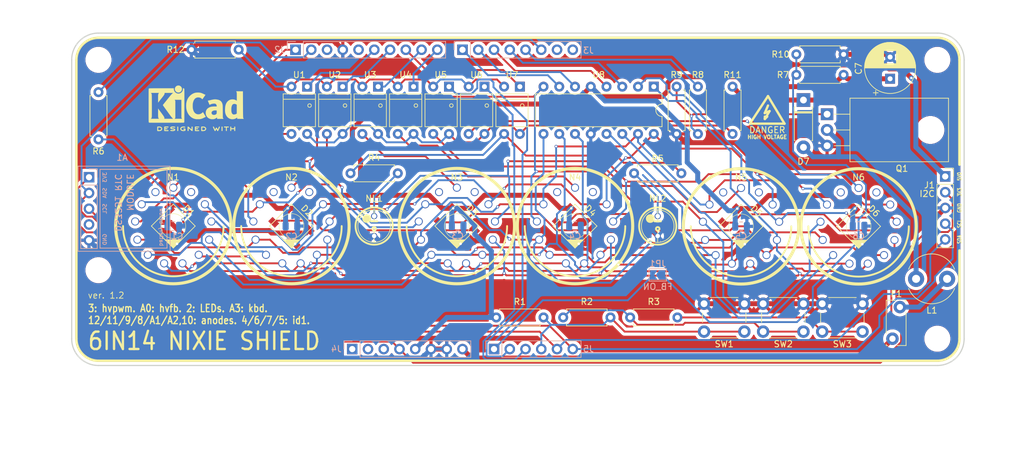
<source format=kicad_pcb>
(kicad_pcb (version 20171130) (host pcbnew "(5.1.6-0)")
  (layers (0 F.Cu signal) (31 B.Cu signal) (34 B.Paste user) (35 F.Paste user) (36 B.SilkS user) (37 F.SilkS user) (38 B.Mask user) (39 F.Mask user) (44 Edge.Cuts user))
  (net 0 "")
  (net 1 GND)
  (net 2 +5V)
  (net 3 "Net-(D1-Pad2)")
  (net 4 "Net-(D3-Pad2)")
  (net 5 "Net-(Q1-Pad1)")
  (net 6 +3V3)
  (net 7 /D2)
  (net 8 /A3)
  (net 9 /A4)
  (net 10 /A5)
  (net 11 /VIN)
  (net 12 "Net-(F1-Pad2)")
  (net 13 /A2)
  (net 14 /A1)
  (net 15 /A0)
  (net 16 "Net-(NL1-Pad1)")
  (net 17 "Net-(JP1-Pad1)")
  (net 18 "Net-(D2-Pad2)")
  (net 19 /BOOST_PWM)
  (net 20 /NixieCtl/+HV)
  (net 21 /NixieCtl/ANODE_1)
  (net 22 /NixieCtl/CATHODE_2)
  (net 23 /NixieCtl/CATHODE_3)
  (net 24 /NixieCtl/CATHODE_4)
  (net 25 /NixieCtl/CATHODE_5)
  (net 26 /NixieCtl/CATHODE_6)
  (net 27 /NixieCtl/CATHODE_7)
  (net 28 /NixieCtl/CATHODE_8)
  (net 29 /NixieCtl/CATHODE_9)
  (net 30 /NixieCtl/CATHODE_0)
  (net 31 /NixieCtl/CATHODE_1)
  (net 32 /NixieCtl/ANODE_2)
  (net 33 /NixieCtl/ANODE_3)
  (net 34 /NixieCtl/ANODE_4)
  (net 35 "Net-(D4-Pad2)")
  (net 36 "Net-(D5-Pad2)")
  (net 37 "Net-(NL2-Pad1)")
  (net 38 /Tubes/ANODE_DOTS)
  (net 39 /NixieCtl/ANODE_5)
  (net 40 /NixieCtl/ANODE_6)
  (net 41 "Net-(D7-Pad2)")
  (net 42 /CTL_A4)
  (net 43 /CTL_A3)
  (net 44 /CTL_Adots)
  (net 45 /CTL_A2)
  (net 46 /CTL_A1)
  (net 47 /D4)
  (net 48 /D5)
  (net 49 /D6)
  (net 50 /D7)
  (net 51 "Net-(D1-Pad4)")
  (net 52 "Net-(R2-Pad2)")
  (net 53 "Net-(R3-Pad2)")
  (net 54 "Net-(R11-Pad2)")
  (net 55 "Net-(R12-Pad1)")
  (module Connector_PinSocket_2.54mm:PinSocket_1x05_P2.54mm_Vertical (layer F.Cu) (at 296.545 135.128)
    (fp_text reference J1 (at -2.54 1.397 180) (layer F.SilkS))
    (fp_text value I2C (at -2.921 2.794) (layer F.SilkS))
    (fp_text user 5V0 (at 2.286 0 90) (layer F.SilkS) (effects (font (size 0.6 0.5) (thickness 0.12))))
    (fp_text user 3V3 (at 2.286 2.54 90) (layer F.SilkS) (effects (font (size 0.6 0.5) (thickness 0.12))))
    (fp_text user GND (at 2.286 5.08 90) (layer F.SilkS) (effects (font (size 0.6 0.5) (thickness 0.12))))
    (fp_text user SCL (at 2.286 7.62 90) (layer F.SilkS) (effects (font (size 0.6 0.5) (thickness 0.12))))
    (fp_text user SDA (at 2.286 10.16 90) (layer F.SilkS) (effects (font (size 0.6 0.5) (thickness 0.12))))
    (pad 5 thru_hole oval (at 0 10.16) (size 1.7 1.7) (drill 1) (layers *.Cu *.Mask) (net 9 /A4))
    (pad 4 thru_hole oval (at 0 7.62) (size 1.7 1.7) (drill 1) (layers *.Cu *.Mask) (net 10 /A5))
    (pad 3 thru_hole oval (at 0 5.08) (size 1.7 1.7) (drill 1) (layers *.Cu *.Mask) (net 1 GND))
    (pad 2 thru_hole oval (at 0 2.54) (size 1.7 1.7) (drill 1) (layers *.Cu *.Mask) (net 6 +3V3))
    (pad 1 thru_hole rect (at 0 0) (size 1.7 1.7) (drill 1) (layers *.Cu *.Mask) (net 2 +5V))
  )
  (module MountingHole:MountingHole_3.2mm_M3_DIN965 (layer F.Cu) (at 160.02 150.241)
    (fp_text reference H4)
    (fp_text value MountingHole)
    (pad 1 np_thru_hole circle (at 0 0) (size 3.2 3.2) (drill 3.2) (layers *.Cu *.Mask))
  )
  (module MountingHole:MountingHole_3.2mm_M3_DIN965 (layer F.Cu) (at 160.02 116.332)
    (fp_text reference H3)
    (fp_text value MountingHole)
    (pad 1 np_thru_hole circle (at 0 0) (size 3.2 3.2) (drill 3.2) (layers *.Cu *.Mask))
  )
  (module MountingHole:MountingHole_3.2mm_M3_DIN965 (layer F.Cu) (at 295.275 116.332)
    (fp_text reference H2)
    (fp_text value MountingHole)
    (pad 1 np_thru_hole circle (at 0 0) (size 3.2 3.2) (drill 3.2) (layers *.Cu *.Mask))
  )
  (module MountingHole:MountingHole_3.2mm_M3_DIN965 (layer F.Cu) (at 295.275 161.29)
    (fp_text reference H1)
    (fp_text value MountingHole)
    (pad 1 np_thru_hole circle (at 0 0) (size 3.2 3.2) (drill 3.2) (layers *.Cu *.Mask))
  )
  (module 6IN14Lib:Symbol_HighVoltage_Type2_SilkScreen_VerySmall (layer F.Cu) (at 267.97 126.365)
    (fp_text reference HVSIGN hide)
    (fp_text value Symbol_HighVoltage_Type2_SilkScreen_VerySmall hide)
    (fp_text user "HIGH VOLTAGE" (at -0.127 2.413) (layer F.SilkS) (effects (font (size 0.6 0.6))))
    (fp_text user DANGER (at -0.127 1.27) (layer F.SilkS))
  )
  (module Diode_THT:D_DO-41_SOD81_P7.62mm_Horizontal (layer F.Cu) (at 273.685 122.809 270)
    (fp_text reference D7 (at 9.906 0) (layer F.SilkS))
    (fp_text value HER106)
    (pad 1 thru_hole rect (at 0 0 270) (size 2.2 2.2) (drill 1.1) (layers *.Cu *.Mask) (net 20 /NixieCtl/+HV))
    (pad 2 thru_hole oval (at 7.62 0 270) (size 2.2 2.2) (drill 1.1) (layers *.Cu *.Mask) (net 41 "Net-(D7-Pad2)"))
  )
  (module Package_TO_SOT_THT:TO-220-3_Horizontal_TabDown (layer F.Cu) (at 277.495 125.095 270)
    (fp_text reference Q1 (at 8.763 -12.065 180) (layer F.SilkS))
    (fp_text value IRF740)
    (pad 3 thru_hole oval (at 5.08 0 270) (size 1.905 2) (drill 1.1) (layers *.Cu *.Mask) (net 1 GND))
    (pad 2 thru_hole oval (at 2.54 0 270) (size 1.905 2) (drill 1.1) (layers *.Cu *.Mask) (net 41 "Net-(D7-Pad2)"))
    (pad 1 thru_hole rect (at 0 0 270) (size 1.905 2) (drill 1.1) (layers *.Cu *.Mask) (net 5 "Net-(Q1-Pad1)"))
    (pad "" np_thru_hole oval (at 2.54 -16.66 270) (size 3.5 3.5) (drill 3.5) (layers *.Cu *.Mask))
  )
  (module 6IN14Lib:NeonLamp (layer F.Cu) (at 250.19 143.129 90)
    (fp_text reference NL2 (at 4.445 0 180) (layer F.SilkS))
    (fp_text value NeonLamp)
    (pad 1 thru_hole circle (at 1.6 0 90) (size 1 1) (drill 0.7) (layers *.Cu *.Mask) (net 37 "Net-(NL2-Pad1)"))
    (pad 2 thru_hole circle (at -1.6 0 90) (size 1 1) (drill 0.7) (layers *.Cu *.Mask) (net 1 GND))
  )
  (module 6IN14Lib:NeonLamp (layer F.Cu) (at 204.47 143.129 90)
    (fp_text reference NL1 (at 4.445 0 180) (layer F.SilkS))
    (fp_text value NeonLamp)
    (pad 1 thru_hole circle (at 1.6 0 90) (size 1 1) (drill 0.7) (layers *.Cu *.Mask) (net 16 "Net-(NL1-Pad1)"))
    (pad 2 thru_hole circle (at -1.6 0 90) (size 1 1) (drill 0.7) (layers *.Cu *.Mask) (net 1 GND))
  )
  (module 6IN14Lib:IN-14new (layer F.Cu) (at 282.575 143.176 180)
    (fp_text reference N6 (at 0 7.921 180) (layer F.SilkS))
    (fp_text value IN-14)
    (pad LHDP thru_hole circle (at -2.87528 5.47878 180) (size 1.3 1.3) (drill 1) (layers *.Cu *.Mask) (clearance 0.4))
    (pad RHDP thru_hole circle (at 2.87528 5.47878 180) (size 1.3 1.3) (drill 1) (layers *.Cu *.Mask) (clearance 0.4))
    (pad A thru_hole circle (at 0 6.18744 180) (size 1.3 1.3) (drill 1) (layers *.Cu *.Mask) (net 40 /NixieCtl/ANODE_6) (clearance 0.4))
    (pad 2 thru_hole circle (at 6.14426 0.74422 180) (size 1.3 1.3) (drill 1) (layers *.Cu *.Mask) (net 22 /NixieCtl/CATHODE_2) (clearance 0.4))
    (pad 3 thru_hole circle (at 5.78612 -2.19456 180) (size 1.3 1.3) (drill 1) (layers *.Cu *.Mask) (net 23 /NixieCtl/CATHODE_3) (clearance 0.4))
    (pad 4 thru_hole circle (at 4.10464 -4.63296 180) (size 1.3 1.3) (drill 1) (layers *.Cu *.Mask) (net 24 /NixieCtl/CATHODE_4) (clearance 0.4))
    (pad 5 thru_hole circle (at 1.48082 -6.00964 180) (size 1.3 1.3) (drill 1) (layers *.Cu *.Mask) (net 25 /NixieCtl/CATHODE_5) (clearance 0.4))
    (pad 6 thru_hole circle (at -1.48082 -6.00964 180) (size 1.3 1.3) (drill 1) (layers *.Cu *.Mask) (net 26 /NixieCtl/CATHODE_6) (clearance 0.4))
    (pad 7 thru_hole circle (at -4.10464 -4.63296 180) (size 1.3 1.3) (drill 1) (layers *.Cu *.Mask) (net 27 /NixieCtl/CATHODE_7) (clearance 0.4))
    (pad 8 thru_hole circle (at -5.78612 -2.19456 180) (size 1.3 1.3) (drill 1) (layers *.Cu *.Mask) (net 28 /NixieCtl/CATHODE_8) (clearance 0.4))
    (pad 9 thru_hole circle (at -6.14426 0.74422 180) (size 1.3 1.3) (drill 1) (layers *.Cu *.Mask) (net 29 /NixieCtl/CATHODE_9) (clearance 0.4))
    (pad 0 thru_hole circle (at -5.0927 3.51536 180) (size 1.3 1.3) (drill 1) (layers *.Cu *.Mask) (net 30 /NixieCtl/CATHODE_0) (clearance 0.4))
    (pad 1 thru_hole circle (at 5.0927 3.51536 180) (size 1.3 1.3) (drill 1) (layers *.Cu *.Mask) (net 31 /NixieCtl/CATHODE_1) (clearance 0.4))
  )
  (module 6IN14Lib:IN-14new (layer F.Cu) (at 263.624 143.176 180)
    (fp_text reference N5 (at 0 7.921 180) (layer F.SilkS))
    (fp_text value IN-14)
    (pad LHDP thru_hole circle (at -2.87528 5.47878 180) (size 1.3 1.3) (drill 1) (layers *.Cu *.Mask) (clearance 0.4))
    (pad RHDP thru_hole circle (at 2.87528 5.47878 180) (size 1.3 1.3) (drill 1) (layers *.Cu *.Mask) (clearance 0.4))
    (pad A thru_hole circle (at 0 6.18744 180) (size 1.3 1.3) (drill 1) (layers *.Cu *.Mask) (net 39 /NixieCtl/ANODE_5) (clearance 0.4))
    (pad 2 thru_hole circle (at 6.14426 0.74422 180) (size 1.3 1.3) (drill 1) (layers *.Cu *.Mask) (net 22 /NixieCtl/CATHODE_2) (clearance 0.4))
    (pad 3 thru_hole circle (at 5.78612 -2.19456 180) (size 1.3 1.3) (drill 1) (layers *.Cu *.Mask) (net 23 /NixieCtl/CATHODE_3) (clearance 0.4))
    (pad 4 thru_hole circle (at 4.10464 -4.63296 180) (size 1.3 1.3) (drill 1) (layers *.Cu *.Mask) (net 24 /NixieCtl/CATHODE_4) (clearance 0.4))
    (pad 5 thru_hole circle (at 1.48082 -6.00964 180) (size 1.3 1.3) (drill 1) (layers *.Cu *.Mask) (net 25 /NixieCtl/CATHODE_5) (clearance 0.4))
    (pad 6 thru_hole circle (at -1.48082 -6.00964 180) (size 1.3 1.3) (drill 1) (layers *.Cu *.Mask) (net 26 /NixieCtl/CATHODE_6) (clearance 0.4))
    (pad 7 thru_hole circle (at -4.10464 -4.63296 180) (size 1.3 1.3) (drill 1) (layers *.Cu *.Mask) (net 27 /NixieCtl/CATHODE_7) (clearance 0.4))
    (pad 8 thru_hole circle (at -5.78612 -2.19456 180) (size 1.3 1.3) (drill 1) (layers *.Cu *.Mask) (net 28 /NixieCtl/CATHODE_8) (clearance 0.4))
    (pad 9 thru_hole circle (at -6.14426 0.74422 180) (size 1.3 1.3) (drill 1) (layers *.Cu *.Mask) (net 29 /NixieCtl/CATHODE_9) (clearance 0.4))
    (pad 0 thru_hole circle (at -5.0927 3.51536 180) (size 1.3 1.3) (drill 1) (layers *.Cu *.Mask) (net 30 /NixieCtl/CATHODE_0) (clearance 0.4))
    (pad 1 thru_hole circle (at 5.0927 3.51536 180) (size 1.3 1.3) (drill 1) (layers *.Cu *.Mask) (net 31 /NixieCtl/CATHODE_1) (clearance 0.4))
  )
  (module 6IN14Lib:IN-14new (layer F.Cu) (at 236.855 143.129 180)
    (fp_text reference N4 (at 0 7.874 180) (layer F.SilkS))
    (fp_text value IN-14)
    (pad LHDP thru_hole circle (at -2.87528 5.47878 180) (size 1.3 1.3) (drill 1) (layers *.Cu *.Mask) (clearance 0.4))
    (pad RHDP thru_hole circle (at 2.87528 5.47878 180) (size 1.3 1.3) (drill 1) (layers *.Cu *.Mask) (clearance 0.4))
    (pad A thru_hole circle (at 0 6.18744 180) (size 1.3 1.3) (drill 1) (layers *.Cu *.Mask) (net 34 /NixieCtl/ANODE_4) (clearance 0.4))
    (pad 2 thru_hole circle (at 6.14426 0.74422 180) (size 1.3 1.3) (drill 1) (layers *.Cu *.Mask) (net 22 /NixieCtl/CATHODE_2) (clearance 0.4))
    (pad 3 thru_hole circle (at 5.78612 -2.19456 180) (size 1.3 1.3) (drill 1) (layers *.Cu *.Mask) (net 23 /NixieCtl/CATHODE_3) (clearance 0.4))
    (pad 4 thru_hole circle (at 4.10464 -4.63296 180) (size 1.3 1.3) (drill 1) (layers *.Cu *.Mask) (net 24 /NixieCtl/CATHODE_4) (clearance 0.4))
    (pad 5 thru_hole circle (at 1.48082 -6.00964 180) (size 1.3 1.3) (drill 1) (layers *.Cu *.Mask) (net 25 /NixieCtl/CATHODE_5) (clearance 0.4))
    (pad 6 thru_hole circle (at -1.48082 -6.00964 180) (size 1.3 1.3) (drill 1) (layers *.Cu *.Mask) (net 26 /NixieCtl/CATHODE_6) (clearance 0.4))
    (pad 7 thru_hole circle (at -4.10464 -4.63296 180) (size 1.3 1.3) (drill 1) (layers *.Cu *.Mask) (net 27 /NixieCtl/CATHODE_7) (clearance 0.4))
    (pad 8 thru_hole circle (at -5.78612 -2.19456 180) (size 1.3 1.3) (drill 1) (layers *.Cu *.Mask) (net 28 /NixieCtl/CATHODE_8) (clearance 0.4))
    (pad 9 thru_hole circle (at -6.14426 0.74422 180) (size 1.3 1.3) (drill 1) (layers *.Cu *.Mask) (net 29 /NixieCtl/CATHODE_9) (clearance 0.4))
    (pad 0 thru_hole circle (at -5.0927 3.51536 180) (size 1.3 1.3) (drill 1) (layers *.Cu *.Mask) (net 30 /NixieCtl/CATHODE_0) (clearance 0.4))
    (pad 1 thru_hole circle (at 5.0927 3.51536 180) (size 1.3 1.3) (drill 1) (layers *.Cu *.Mask) (net 31 /NixieCtl/CATHODE_1) (clearance 0.4))
  )
  (module 6IN14Lib:IN-14new (layer F.Cu) (at 217.805 143.129 180)
    (fp_text reference N3 (at 0 7.874 180) (layer F.SilkS))
    (fp_text value IN-14)
    (pad LHDP thru_hole circle (at -2.87528 5.47878 180) (size 1.3 1.3) (drill 1) (layers *.Cu *.Mask) (clearance 0.4))
    (pad RHDP thru_hole circle (at 2.87528 5.47878 180) (size 1.3 1.3) (drill 1) (layers *.Cu *.Mask) (clearance 0.4))
    (pad A thru_hole circle (at 0 6.18744 180) (size 1.3 1.3) (drill 1) (layers *.Cu *.Mask) (net 33 /NixieCtl/ANODE_3) (clearance 0.4))
    (pad 2 thru_hole circle (at 6.14426 0.74422 180) (size 1.3 1.3) (drill 1) (layers *.Cu *.Mask) (net 22 /NixieCtl/CATHODE_2) (clearance 0.4))
    (pad 3 thru_hole circle (at 5.78612 -2.19456 180) (size 1.3 1.3) (drill 1) (layers *.Cu *.Mask) (net 23 /NixieCtl/CATHODE_3) (clearance 0.4))
    (pad 4 thru_hole circle (at 4.10464 -4.63296 180) (size 1.3 1.3) (drill 1) (layers *.Cu *.Mask) (net 24 /NixieCtl/CATHODE_4) (clearance 0.4))
    (pad 5 thru_hole circle (at 1.48082 -6.00964 180) (size 1.3 1.3) (drill 1) (layers *.Cu *.Mask) (net 25 /NixieCtl/CATHODE_5) (clearance 0.4))
    (pad 6 thru_hole circle (at -1.48082 -6.00964 180) (size 1.3 1.3) (drill 1) (layers *.Cu *.Mask) (net 26 /NixieCtl/CATHODE_6) (clearance 0.4))
    (pad 7 thru_hole circle (at -4.10464 -4.63296 180) (size 1.3 1.3) (drill 1) (layers *.Cu *.Mask) (net 27 /NixieCtl/CATHODE_7) (clearance 0.4))
    (pad 8 thru_hole circle (at -5.78612 -2.19456 180) (size 1.3 1.3) (drill 1) (layers *.Cu *.Mask) (net 28 /NixieCtl/CATHODE_8) (clearance 0.4))
    (pad 9 thru_hole circle (at -6.14426 0.74422 180) (size 1.3 1.3) (drill 1) (layers *.Cu *.Mask) (net 29 /NixieCtl/CATHODE_9) (clearance 0.4))
    (pad 0 thru_hole circle (at -5.0927 3.51536 180) (size 1.3 1.3) (drill 1) (layers *.Cu *.Mask) (net 30 /NixieCtl/CATHODE_0) (clearance 0.4))
    (pad 1 thru_hole circle (at 5.0927 3.51536 180) (size 1.3 1.3) (drill 1) (layers *.Cu *.Mask) (net 31 /NixieCtl/CATHODE_1) (clearance 0.4))
  )
  (module 6IN14Lib:IN-14new (layer F.Cu) (at 191.135 143.129 180)
    (fp_text reference N2 (at 0 7.874 180) (layer F.SilkS))
    (fp_text value IN-14)
    (pad LHDP thru_hole circle (at -2.87528 5.47878 180) (size 1.3 1.3) (drill 1) (layers *.Cu *.Mask) (clearance 0.4))
    (pad RHDP thru_hole circle (at 2.87528 5.47878 180) (size 1.3 1.3) (drill 1) (layers *.Cu *.Mask) (clearance 0.4))
    (pad A thru_hole circle (at 0 6.18744 180) (size 1.3 1.3) (drill 1) (layers *.Cu *.Mask) (net 32 /NixieCtl/ANODE_2) (clearance 0.4))
    (pad 2 thru_hole circle (at 6.14426 0.74422 180) (size 1.3 1.3) (drill 1) (layers *.Cu *.Mask) (net 22 /NixieCtl/CATHODE_2) (clearance 0.4))
    (pad 3 thru_hole circle (at 5.78612 -2.19456 180) (size 1.3 1.3) (drill 1) (layers *.Cu *.Mask) (net 23 /NixieCtl/CATHODE_3) (clearance 0.4))
    (pad 4 thru_hole circle (at 4.10464 -4.63296 180) (size 1.3 1.3) (drill 1) (layers *.Cu *.Mask) (net 24 /NixieCtl/CATHODE_4) (clearance 0.4))
    (pad 5 thru_hole circle (at 1.48082 -6.00964 180) (size 1.3 1.3) (drill 1) (layers *.Cu *.Mask) (net 25 /NixieCtl/CATHODE_5) (clearance 0.4))
    (pad 6 thru_hole circle (at -1.48082 -6.00964 180) (size 1.3 1.3) (drill 1) (layers *.Cu *.Mask) (net 26 /NixieCtl/CATHODE_6) (clearance 0.4))
    (pad 7 thru_hole circle (at -4.10464 -4.63296 180) (size 1.3 1.3) (drill 1) (layers *.Cu *.Mask) (net 27 /NixieCtl/CATHODE_7) (clearance 0.4))
    (pad 8 thru_hole circle (at -5.78612 -2.19456 180) (size 1.3 1.3) (drill 1) (layers *.Cu *.Mask) (net 28 /NixieCtl/CATHODE_8) (clearance 0.4))
    (pad 9 thru_hole circle (at -6.14426 0.74422 180) (size 1.3 1.3) (drill 1) (layers *.Cu *.Mask) (net 29 /NixieCtl/CATHODE_9) (clearance 0.4))
    (pad 0 thru_hole circle (at -5.0927 3.51536 180) (size 1.3 1.3) (drill 1) (layers *.Cu *.Mask) (net 30 /NixieCtl/CATHODE_0) (clearance 0.4))
    (pad 1 thru_hole circle (at 5.0927 3.51536 180) (size 1.3 1.3) (drill 1) (layers *.Cu *.Mask) (net 31 /NixieCtl/CATHODE_1) (clearance 0.4))
  )
  (module 6IN14Lib:IN-14new (layer F.Cu) (at 172.085 143.129 180)
    (fp_text reference N1 (at 0 7.874 180) (layer F.SilkS))
    (fp_text value IN-14)
    (pad LHDP thru_hole circle (at -2.87528 5.47878 180) (size 1.3 1.3) (drill 1) (layers *.Cu *.Mask) (clearance 0.4))
    (pad RHDP thru_hole circle (at 2.87528 5.47878 180) (size 1.3 1.3) (drill 1) (layers *.Cu *.Mask) (clearance 0.4))
    (pad A thru_hole circle (at 0 6.18744 180) (size 1.3 1.3) (drill 1) (layers *.Cu *.Mask) (net 21 /NixieCtl/ANODE_1) (clearance 0.4))
    (pad 2 thru_hole circle (at 6.14426 0.74422 180) (size 1.3 1.3) (drill 1) (layers *.Cu *.Mask) (net 22 /NixieCtl/CATHODE_2) (clearance 0.4))
    (pad 3 thru_hole circle (at 5.78612 -2.19456 180) (size 1.3 1.3) (drill 1) (layers *.Cu *.Mask) (net 23 /NixieCtl/CATHODE_3) (clearance 0.4))
    (pad 4 thru_hole circle (at 4.10464 -4.63296 180) (size 1.3 1.3) (drill 1) (layers *.Cu *.Mask) (net 24 /NixieCtl/CATHODE_4) (clearance 0.4))
    (pad 5 thru_hole circle (at 1.48082 -6.00964 180) (size 1.3 1.3) (drill 1) (layers *.Cu *.Mask) (net 25 /NixieCtl/CATHODE_5) (clearance 0.4))
    (pad 6 thru_hole circle (at -1.48082 -6.00964 180) (size 1.3 1.3) (drill 1) (layers *.Cu *.Mask) (net 26 /NixieCtl/CATHODE_6) (clearance 0.4))
    (pad 7 thru_hole circle (at -4.10464 -4.63296 180) (size 1.3 1.3) (drill 1) (layers *.Cu *.Mask) (net 27 /NixieCtl/CATHODE_7) (clearance 0.4))
    (pad 8 thru_hole circle (at -5.78612 -2.19456 180) (size 1.3 1.3) (drill 1) (layers *.Cu *.Mask) (net 28 /NixieCtl/CATHODE_8) (clearance 0.4))
    (pad 9 thru_hole circle (at -6.14426 0.74422 180) (size 1.3 1.3) (drill 1) (layers *.Cu *.Mask) (net 29 /NixieCtl/CATHODE_9) (clearance 0.4))
    (pad 0 thru_hole circle (at -5.0927 3.51536 180) (size 1.3 1.3) (drill 1) (layers *.Cu *.Mask) (net 30 /NixieCtl/CATHODE_0) (clearance 0.4))
    (pad 1 thru_hole circle (at 5.0927 3.51536 180) (size 1.3 1.3) (drill 1) (layers *.Cu *.Mask) (net 31 /NixieCtl/CATHODE_1) (clearance 0.4))
  )
  (module 6IN14Lib:DS3231 (layer B.Cu) (at 158.496 145.415)
    (fp_text reference A1 (at 5.334 -13.335) (layer B.SilkS) (effects (justify mirror)))
    (fp_text value DS3231)
    (fp_text user 3V3 (at 2.54 -10.16 -90) (layer B.SilkS) (effects (font (size 0.6 0.6) (thickness 0.1)) (justify mirror)))
    (fp_text user SDA (at 2.54 -7.62 -90) (layer B.SilkS) (effects (font (size 0.6 0.6) (thickness 0.1)) (justify mirror)))
    (fp_text user SCL (at 2.54 -5.08 -90) (layer B.SilkS) (effects (font (size 0.6 0.6) (thickness 0.1)) (justify mirror)))
    (fp_text user GND (at 2.54 -0.127 -90) (layer B.SilkS) (effects (font (size 0.6 0.6) (thickness 0.1)) (justify mirror)))
    (fp_text user MODULE (at 6.604 -10.795 -90 unlocked) (layer B.SilkS) (effects (justify right mirror)))
    (fp_text user "DS3231 RTC" (at 4.699 -10.795 -90 unlocked) (layer B.SilkS) (effects (justify right mirror)))
    (fp_text user "battery below" (at 11.684 1.016 -90 unlocked) (layer B.SilkS) (effects (font (size 0.6 0.6) (thickness 0.1)) (justify left mirror)))
    (pad 1 thru_hole rect (at 0 -10.16 180) (size 1.7 1.7) (drill 1) (layers *.Cu *.Mask) (net 6 +3V3))
    (pad 2 thru_hole oval (at 0 -7.62 180) (size 1.7 1.7) (drill 1) (layers *.Cu *.Mask) (net 9 /A4))
    (pad 3 thru_hole oval (at 0 -5.08 180) (size 1.7 1.7) (drill 1) (layers *.Cu *.Mask) (net 10 /A5))
    (pad 4 thru_hole oval (at 0 -2.54 180) (size 1.7 1.7) (drill 1) (layers *.Cu *.Mask))
    (pad 5 thru_hole oval (at 0 0 180) (size 1.7 1.7) (drill 1) (layers *.Cu *.Mask) (net 1 GND))
  )
  (module Button_Switch_THT:SW_PUSH_6mm_H4.3mm (layer F.Cu) (at 283.21 160.147 180)
    (fp_text reference SW3 (at 3.25 -2) (layer F.SilkS))
    (fp_text value SW_Push)
    (pad 2 thru_hole circle (at 0 4.5 270) (size 2 2) (drill 1.1) (layers *.Cu *.Mask) (net 1 GND))
    (pad 1 thru_hole circle (at 0 0 270) (size 2 2) (drill 1.1) (layers *.Cu *.Mask) (net 53 "Net-(R3-Pad2)"))
    (pad 2 thru_hole circle (at 6.5 4.5 270) (size 2 2) (drill 1.1) (layers *.Cu *.Mask) (net 1 GND))
    (pad 1 thru_hole circle (at 6.5 0 270) (size 2 2) (drill 1.1) (layers *.Cu *.Mask) (net 53 "Net-(R3-Pad2)"))
  )
  (module Button_Switch_THT:SW_PUSH_6mm_H4.3mm (layer F.Cu) (at 273.685 160.147 180)
    (fp_text reference SW2 (at 3.25 -2) (layer F.SilkS))
    (fp_text value SW_Push)
    (pad 2 thru_hole circle (at 0 4.5 270) (size 2 2) (drill 1.1) (layers *.Cu *.Mask) (net 1 GND))
    (pad 1 thru_hole circle (at 0 0 270) (size 2 2) (drill 1.1) (layers *.Cu *.Mask) (net 52 "Net-(R2-Pad2)"))
    (pad 2 thru_hole circle (at 6.5 4.5 270) (size 2 2) (drill 1.1) (layers *.Cu *.Mask) (net 1 GND))
    (pad 1 thru_hole circle (at 6.5 0 270) (size 2 2) (drill 1.1) (layers *.Cu *.Mask) (net 52 "Net-(R2-Pad2)"))
  )
  (module Button_Switch_THT:SW_PUSH_6mm_H4.3mm (layer F.Cu) (at 264.16 160.147 180)
    (fp_text reference SW1 (at 3.25 -2) (layer F.SilkS))
    (fp_text value SW_Push)
    (pad 1 thru_hole circle (at 6.5 0 270) (size 2 2) (drill 1.1) (layers *.Cu *.Mask) (net 8 /A3))
    (pad 2 thru_hole circle (at 6.5 4.5 270) (size 2 2) (drill 1.1) (layers *.Cu *.Mask) (net 1 GND))
    (pad 1 thru_hole circle (at 0 0 270) (size 2 2) (drill 1.1) (layers *.Cu *.Mask) (net 8 /A3))
    (pad 2 thru_hole circle (at 0 4.5 270) (size 2 2) (drill 1.1) (layers *.Cu *.Mask) (net 1 GND))
  )
  (module 6IN14Lib:TLP627 (layer F.Cu) (at 227.965 120.65 270)
    (fp_text reference U7 (at -1.905 1.27 180) (layer F.SilkS))
    (fp_text value TLP627)
    (pad 1 thru_hole rect (at 0 0 270) (size 1.6 1.6) (drill 0.8) (layers *.Cu *.Mask) (net 44 /CTL_Adots))
    (pad 3 thru_hole oval (at 7.62 2.54 270) (size 1.6 1.6) (drill 0.8) (layers *.Cu *.Mask) (net 38 /Tubes/ANODE_DOTS))
    (pad 2 thru_hole oval (at 0 2.54 270) (size 1.6 1.6) (drill 0.8) (layers *.Cu *.Mask) (net 55 "Net-(R12-Pad1)"))
    (pad 4 thru_hole oval (at 7.62 0 270) (size 1.6 1.6) (drill 0.8) (layers *.Cu *.Mask) (net 54 "Net-(R11-Pad2)"))
  )
  (module 6IN14Lib:TLP627 (layer F.Cu) (at 222.25 120.65 270)
    (fp_text reference U6 (at -1.905 1.27 180) (layer F.SilkS))
    (fp_text value TLP627)
    (pad 1 thru_hole rect (at 0 0 270) (size 1.6 1.6) (drill 0.8) (layers *.Cu *.Mask) (net 13 /A2))
    (pad 3 thru_hole oval (at 7.62 2.54 270) (size 1.6 1.6) (drill 0.8) (layers *.Cu *.Mask) (net 40 /NixieCtl/ANODE_6))
    (pad 2 thru_hole oval (at 0 2.54 270) (size 1.6 1.6) (drill 0.8) (layers *.Cu *.Mask) (net 55 "Net-(R12-Pad1)"))
    (pad 4 thru_hole oval (at 7.62 0 270) (size 1.6 1.6) (drill 0.8) (layers *.Cu *.Mask) (net 54 "Net-(R11-Pad2)"))
  )
  (module 6IN14Lib:TLP627 (layer F.Cu) (at 216.535 120.65 270)
    (fp_text reference U5 (at -1.905 1.325 180) (layer F.SilkS))
    (fp_text value TLP627)
    (pad 1 thru_hole rect (at 0 0 270) (size 1.6 1.6) (drill 0.8) (layers *.Cu *.Mask) (net 14 /A1))
    (pad 3 thru_hole oval (at 7.62 2.54 270) (size 1.6 1.6) (drill 0.8) (layers *.Cu *.Mask) (net 39 /NixieCtl/ANODE_5))
    (pad 2 thru_hole oval (at 0 2.54 270) (size 1.6 1.6) (drill 0.8) (layers *.Cu *.Mask) (net 55 "Net-(R12-Pad1)"))
    (pad 4 thru_hole oval (at 7.62 0 270) (size 1.6 1.6) (drill 0.8) (layers *.Cu *.Mask) (net 54 "Net-(R11-Pad2)"))
  )
  (module 6IN14Lib:TLP627 (layer F.Cu) (at 210.82 120.65 270)
    (fp_text reference U4 (at -1.905 1.27 180) (layer F.SilkS))
    (fp_text value TLP627)
    (pad 1 thru_hole rect (at 0 0 270) (size 1.6 1.6) (drill 0.8) (layers *.Cu *.Mask) (net 42 /CTL_A4))
    (pad 3 thru_hole oval (at 7.62 2.54 270) (size 1.6 1.6) (drill 0.8) (layers *.Cu *.Mask) (net 34 /NixieCtl/ANODE_4))
    (pad 2 thru_hole oval (at 0 2.54 270) (size 1.6 1.6) (drill 0.8) (layers *.Cu *.Mask) (net 55 "Net-(R12-Pad1)"))
    (pad 4 thru_hole oval (at 7.62 0 270) (size 1.6 1.6) (drill 0.8) (layers *.Cu *.Mask) (net 54 "Net-(R11-Pad2)"))
  )
  (module 6IN14Lib:TLP627 (layer F.Cu) (at 205.105 120.65 270)
    (fp_text reference U3 (at -1.905 1.27 180) (layer F.SilkS))
    (fp_text value TLP627)
    (pad 1 thru_hole rect (at 0 0 270) (size 1.6 1.6) (drill 0.8) (layers *.Cu *.Mask) (net 43 /CTL_A3))
    (pad 3 thru_hole oval (at 7.62 2.54 270) (size 1.6 1.6) (drill 0.8) (layers *.Cu *.Mask) (net 33 /NixieCtl/ANODE_3))
    (pad 2 thru_hole oval (at 0 2.54 270) (size 1.6 1.6) (drill 0.8) (layers *.Cu *.Mask) (net 55 "Net-(R12-Pad1)"))
    (pad 4 thru_hole oval (at 7.62 0 270) (size 1.6 1.6) (drill 0.8) (layers *.Cu *.Mask) (net 54 "Net-(R11-Pad2)"))
  )
  (module 6IN14Lib:TLP627 (layer F.Cu) (at 199.39 120.65 270)
    (fp_text reference U2 (at -1.905 1.27 180) (layer F.SilkS))
    (fp_text value TLP627)
    (pad 1 thru_hole rect (at 0 0 270) (size 1.6 1.6) (drill 0.8) (layers *.Cu *.Mask) (net 45 /CTL_A2))
    (pad 3 thru_hole oval (at 7.62 2.54 270) (size 1.6 1.6) (drill 0.8) (layers *.Cu *.Mask) (net 32 /NixieCtl/ANODE_2))
    (pad 2 thru_hole oval (at 0 2.54 270) (size 1.6 1.6) (drill 0.8) (layers *.Cu *.Mask) (net 55 "Net-(R12-Pad1)"))
    (pad 4 thru_hole oval (at 7.62 0 270) (size 1.6 1.6) (drill 0.8) (layers *.Cu *.Mask) (net 54 "Net-(R11-Pad2)"))
  )
  (module 6IN14Lib:TLP627 (layer F.Cu) (at 193.675 120.65 270)
    (fp_text reference U1 (at -1.905 1.27 180) (layer F.SilkS))
    (fp_text value TLP627)
    (pad 1 thru_hole rect (at 0 0 270) (size 1.6 1.6) (drill 0.8) (layers *.Cu *.Mask) (net 46 /CTL_A1))
    (pad 3 thru_hole oval (at 7.62 2.54 270) (size 1.6 1.6) (drill 0.8) (layers *.Cu *.Mask) (net 21 /NixieCtl/ANODE_1))
    (pad 2 thru_hole oval (at 0 2.54 270) (size 1.6 1.6) (drill 0.8) (layers *.Cu *.Mask) (net 55 "Net-(R12-Pad1)"))
    (pad 4 thru_hole oval (at 7.62 0 270) (size 1.6 1.6) (drill 0.8) (layers *.Cu *.Mask) (net 54 "Net-(R11-Pad2)"))
  )
  (module 6IN14Lib:WS2812B (layer F.Cu) (at 282.575 143.176 315)
    (fp_text reference D6 (at 0 -3.5 135) (layer F.SilkS))
    (fp_text value WS2812B)
    (pad 1 smd rect (at -2.45 -1.6 315) (size 1.5 1) (layers F.Cu F.Paste F.Mask) (net 2 +5V))
    (pad 2 smd rect (at -2.45 1.6 315) (size 1.5 1) (layers F.Cu F.Paste F.Mask))
    (pad 4 smd rect (at 2.45 -1.6 315) (size 1.5 1) (layers F.Cu F.Paste F.Mask) (net 36 "Net-(D5-Pad2)"))
    (pad 3 smd rect (at 2.45 1.6 315) (size 1.5 1) (layers F.Cu F.Paste F.Mask) (net 1 GND))
  )
  (module 6IN14Lib:WS2812B (layer F.Cu) (at 263.624 143.176 315)
    (fp_text reference D5 (at 0 -3.5 135) (layer F.SilkS))
    (fp_text value WS2812B)
    (pad 1 smd rect (at -2.45 -1.6 315) (size 1.5 1) (layers F.Cu F.Paste F.Mask) (net 2 +5V))
    (pad 2 smd rect (at -2.45 1.6 315) (size 1.5 1) (layers F.Cu F.Paste F.Mask) (net 36 "Net-(D5-Pad2)"))
    (pad 4 smd rect (at 2.45 -1.6 315) (size 1.5 1) (layers F.Cu F.Paste F.Mask) (net 35 "Net-(D4-Pad2)"))
    (pad 3 smd rect (at 2.45 1.6 315) (size 1.5 1) (layers F.Cu F.Paste F.Mask) (net 1 GND))
  )
  (module 6IN14Lib:WS2812B (layer F.Cu) (at 236.855 143.129 315)
    (fp_text reference D4 (at 0 -3.5 135) (layer F.SilkS))
    (fp_text value WS2812B)
    (pad 1 smd rect (at -2.45 -1.6 315) (size 1.5 1) (layers F.Cu F.Paste F.Mask) (net 2 +5V))
    (pad 2 smd rect (at -2.45 1.6 315) (size 1.5 1) (layers F.Cu F.Paste F.Mask) (net 35 "Net-(D4-Pad2)"))
    (pad 4 smd rect (at 2.45 -1.6 315) (size 1.5 1) (layers F.Cu F.Paste F.Mask) (net 4 "Net-(D3-Pad2)"))
    (pad 3 smd rect (at 2.45 1.6 315) (size 1.5 1) (layers F.Cu F.Paste F.Mask) (net 1 GND))
  )
  (module 6IN14Lib:WS2812B (layer F.Cu) (at 217.805 143.129 315)
    (fp_text reference D3 (at 0 -3.5 135) (layer F.SilkS))
    (fp_text value WS2812B)
    (pad 1 smd rect (at -2.45 -1.6 315) (size 1.5 1) (layers F.Cu F.Paste F.Mask) (net 2 +5V))
    (pad 2 smd rect (at -2.45 1.6 315) (size 1.5 1) (layers F.Cu F.Paste F.Mask) (net 4 "Net-(D3-Pad2)"))
    (pad 4 smd rect (at 2.45 -1.6 315) (size 1.5 1) (layers F.Cu F.Paste F.Mask) (net 18 "Net-(D2-Pad2)"))
    (pad 3 smd rect (at 2.45 1.6 315) (size 1.5 1) (layers F.Cu F.Paste F.Mask) (net 1 GND))
  )
  (module 6IN14Lib:WS2812B (layer F.Cu) (at 191.135 143.129 315)
    (fp_text reference D2 (at 0 -3.5 135) (layer F.SilkS))
    (fp_text value WS2812B)
    (pad 1 smd rect (at -2.45 -1.6 315) (size 1.5 1) (layers F.Cu F.Paste F.Mask) (net 2 +5V))
    (pad 2 smd rect (at -2.45 1.6 315) (size 1.5 1) (layers F.Cu F.Paste F.Mask) (net 18 "Net-(D2-Pad2)"))
    (pad 4 smd rect (at 2.45 -1.6 315) (size 1.5 1) (layers F.Cu F.Paste F.Mask) (net 3 "Net-(D1-Pad2)"))
    (pad 3 smd rect (at 2.45 1.6 315) (size 1.5 1) (layers F.Cu F.Paste F.Mask) (net 1 GND))
  )
  (module 6IN14Lib:WS2812B (layer F.Cu) (at 172.085 143.129 315)
    (fp_text reference D1 (at 0 -3.5 135) (layer F.SilkS))
    (fp_text value WS2812B)
    (pad 1 smd rect (at -2.45 -1.6 315) (size 1.5 1) (layers F.Cu F.Paste F.Mask) (net 2 +5V))
    (pad 2 smd rect (at -2.45 1.6 315) (size 1.5 1) (layers F.Cu F.Paste F.Mask) (net 3 "Net-(D1-Pad2)"))
    (pad 4 smd rect (at 2.45 -1.6 315) (size 1.5 1) (layers F.Cu F.Paste F.Mask) (net 51 "Net-(D1-Pad4)"))
    (pad 3 smd rect (at 2.45 1.6 315) (size 1.5 1) (layers F.Cu F.Paste F.Mask) (net 1 GND))
  )
  (module Resistor_THT:R_Axial_DIN0207_L6.3mm_D2.5mm_P7.62mm_Horizontal (layer F.Cu) (at 246.38 134.62)
    (fp_text reference R5 (at 3.81 -2.37) (layer F.SilkS))
    (fp_text value 4k7)
    (pad 1 thru_hole circle (at 0 0) (size 1.6 1.6) (drill 0.8) (layers *.Cu *.Mask) (net 37 "Net-(NL2-Pad1)"))
    (pad 2 thru_hole oval (at 7.62 0) (size 1.6 1.6) (drill 0.8) (layers *.Cu *.Mask) (net 38 /Tubes/ANODE_DOTS))
  )
  (module Capacitor_SMD:C_0805_2012Metric (layer B.Cu) (at 282.575 143.129)
    (fp_text reference C6 (at 0 1.65) (layer B.SilkS) (effects (justify mirror)))
    (fp_text value 100n)
    (pad 1 smd roundrect (at -0.9375 0) (size 0.975 1.4) (layers B.Cu B.Paste B.Mask) (net 2 +5V))
    (pad 2 smd roundrect (at 0.9375 0) (size 0.975 1.4) (layers B.Cu B.Paste B.Mask) (net 1 GND))
  )
  (module Capacitor_SMD:C_0805_2012Metric (layer B.Cu) (at 263.624 143.176)
    (fp_text reference C5 (at 0 1.65) (layer B.SilkS) (effects (justify mirror)))
    (fp_text value 100n)
    (pad 1 smd roundrect (at -0.9375 0) (size 0.975 1.4) (layers B.Cu B.Paste B.Mask) (net 2 +5V))
    (pad 2 smd roundrect (at 0.9375 0) (size 0.975 1.4) (layers B.Cu B.Paste B.Mask) (net 1 GND))
  )
  (module Package_DIP:DIP-16_W7.62mm (layer F.Cu) (at 249.555 120.65 270)
    (fp_text reference U8 (at -1.905 8.89 180) (layer F.SilkS))
    (fp_text value K155ID1)
    (pad 1 thru_hole rect (at 0 0 270) (size 1.6 1.6) (drill 0.8) (layers *.Cu *.Mask) (net 28 /NixieCtl/CATHODE_8))
    (pad 9 thru_hole oval (at 7.62 17.78 270) (size 1.6 1.6) (drill 0.8) (layers *.Cu *.Mask) (net 23 /NixieCtl/CATHODE_3))
    (pad 2 thru_hole oval (at 0 2.54 270) (size 1.6 1.6) (drill 0.8) (layers *.Cu *.Mask) (net 29 /NixieCtl/CATHODE_9))
    (pad 10 thru_hole oval (at 7.62 15.24 270) (size 1.6 1.6) (drill 0.8) (layers *.Cu *.Mask) (net 27 /NixieCtl/CATHODE_7))
    (pad 3 thru_hole oval (at 0 5.08 270) (size 1.6 1.6) (drill 0.8) (layers *.Cu *.Mask) (net 47 /D4))
    (pad 11 thru_hole oval (at 7.62 12.7 270) (size 1.6 1.6) (drill 0.8) (layers *.Cu *.Mask) (net 26 /NixieCtl/CATHODE_6))
    (pad 4 thru_hole oval (at 0 7.62 270) (size 1.6 1.6) (drill 0.8) (layers *.Cu *.Mask) (net 48 /D5))
    (pad 12 thru_hole oval (at 7.62 10.16 270) (size 1.6 1.6) (drill 0.8) (layers *.Cu *.Mask) (net 1 GND))
    (pad 5 thru_hole oval (at 0 10.16 270) (size 1.6 1.6) (drill 0.8) (layers *.Cu *.Mask) (net 2 +5V))
    (pad 13 thru_hole oval (at 7.62 7.62 270) (size 1.6 1.6) (drill 0.8) (layers *.Cu *.Mask) (net 24 /NixieCtl/CATHODE_4))
    (pad 6 thru_hole oval (at 0 12.7 270) (size 1.6 1.6) (drill 0.8) (layers *.Cu *.Mask) (net 49 /D6))
    (pad 14 thru_hole oval (at 7.62 5.08 270) (size 1.6 1.6) (drill 0.8) (layers *.Cu *.Mask) (net 25 /NixieCtl/CATHODE_5))
    (pad 7 thru_hole oval (at 0 15.24 270) (size 1.6 1.6) (drill 0.8) (layers *.Cu *.Mask) (net 50 /D7))
    (pad 15 thru_hole oval (at 7.62 2.54 270) (size 1.6 1.6) (drill 0.8) (layers *.Cu *.Mask) (net 31 /NixieCtl/CATHODE_1))
    (pad 8 thru_hole oval (at 0 17.78 270) (size 1.6 1.6) (drill 0.8) (layers *.Cu *.Mask) (net 22 /NixieCtl/CATHODE_2))
    (pad 16 thru_hole oval (at 7.62 0 270) (size 1.6 1.6) (drill 0.8) (layers *.Cu *.Mask) (net 30 /NixieCtl/CATHODE_0))
  )
  (module Connector_PinHeader_2.54mm:PinHeader_1x10_P2.54mm_Vertical (layer B.Cu) (at 191.795 114.702 270)
    (fp_text reference J2 (at -0.021 2.565) (layer B.SilkS) (effects (justify mirror)))
    (fp_text value UNO3)
    (pad 1 thru_hole rect (at 0 0 270) (size 1.7 1.7) (drill 1) (layers *.Cu *.Mask) (net 10 /A5))
    (pad 2 thru_hole oval (at 0 -2.54 270) (size 1.7 1.7) (drill 1) (layers *.Cu *.Mask) (net 9 /A4))
    (pad 3 thru_hole oval (at 0 -5.08 270) (size 1.7 1.7) (drill 1) (layers *.Cu *.Mask))
    (pad 4 thru_hole oval (at 0 -7.62 270) (size 1.7 1.7) (drill 1) (layers *.Cu *.Mask) (net 1 GND))
    (pad 5 thru_hole oval (at 0 -10.16 270) (size 1.7 1.7) (drill 1) (layers *.Cu *.Mask))
    (pad 6 thru_hole oval (at 0 -12.7 270) (size 1.7 1.7) (drill 1) (layers *.Cu *.Mask) (net 46 /CTL_A1))
    (pad 7 thru_hole oval (at 0 -15.24 270) (size 1.7 1.7) (drill 1) (layers *.Cu *.Mask) (net 45 /CTL_A2))
    (pad 8 thru_hole oval (at 0 -17.78 270) (size 1.7 1.7) (drill 1) (layers *.Cu *.Mask) (net 44 /CTL_Adots))
    (pad 9 thru_hole oval (at 0 -20.32 270) (size 1.7 1.7) (drill 1) (layers *.Cu *.Mask) (net 43 /CTL_A3))
    (pad 10 thru_hole oval (at 0 -22.86 270) (size 1.7 1.7) (drill 1) (layers *.Cu *.Mask) (net 42 /CTL_A4))
  )
  (module Connector_PinHeader_2.54mm:PinHeader_1x08_P2.54mm_Vertical (layer B.Cu) (at 200.935 162.962 270)
    (fp_text reference J4 (at -0.021 2.561) (layer B.SilkS) (effects (justify mirror)))
    (fp_text value UNO1)
    (pad 1 thru_hole rect (at 0 0 270) (size 1.7 1.7) (drill 1) (layers *.Cu *.Mask))
    (pad 2 thru_hole oval (at 0 -2.54 270) (size 1.7 1.7) (drill 1) (layers *.Cu *.Mask))
    (pad 3 thru_hole oval (at 0 -5.08 270) (size 1.7 1.7) (drill 1) (layers *.Cu *.Mask))
    (pad 4 thru_hole oval (at 0 -7.62 270) (size 1.7 1.7) (drill 1) (layers *.Cu *.Mask) (net 6 +3V3))
    (pad 5 thru_hole oval (at 0 -10.16 270) (size 1.7 1.7) (drill 1) (layers *.Cu *.Mask) (net 2 +5V))
    (pad 6 thru_hole oval (at 0 -12.7 270) (size 1.7 1.7) (drill 1) (layers *.Cu *.Mask) (net 1 GND))
    (pad 7 thru_hole oval (at 0 -15.24 270) (size 1.7 1.7) (drill 1) (layers *.Cu *.Mask) (net 1 GND))
    (pad 8 thru_hole oval (at 0 -17.78 270) (size 1.7 1.7) (drill 1) (layers *.Cu *.Mask) (net 11 /VIN))
  )
  (module Connector_PinHeader_2.54mm:PinHeader_1x08_P2.54mm_Vertical (layer B.Cu) (at 218.715 114.702 270)
    (fp_text reference J3 (at 0.105999 -20.299) (layer B.SilkS) (effects (justify mirror)))
    (fp_text value UNO4)
    (pad 1 thru_hole rect (at 0 0 270) (size 1.7 1.7) (drill 1) (layers *.Cu *.Mask) (net 50 /D7))
    (pad 2 thru_hole oval (at 0 -2.54 270) (size 1.7 1.7) (drill 1) (layers *.Cu *.Mask) (net 49 /D6))
    (pad 3 thru_hole oval (at 0 -5.08 270) (size 1.7 1.7) (drill 1) (layers *.Cu *.Mask) (net 48 /D5))
    (pad 4 thru_hole oval (at 0 -7.62 270) (size 1.7 1.7) (drill 1) (layers *.Cu *.Mask) (net 47 /D4))
    (pad 5 thru_hole oval (at 0 -10.16 270) (size 1.7 1.7) (drill 1) (layers *.Cu *.Mask) (net 19 /BOOST_PWM))
    (pad 6 thru_hole oval (at 0 -12.7 270) (size 1.7 1.7) (drill 1) (layers *.Cu *.Mask) (net 7 /D2))
    (pad 7 thru_hole oval (at 0 -15.24 270) (size 1.7 1.7) (drill 1) (layers *.Cu *.Mask))
    (pad 8 thru_hole oval (at 0 -17.78 270) (size 1.7 1.7) (drill 1) (layers *.Cu *.Mask))
  )
  (module Connector_PinHeader_2.54mm:PinHeader_1x06_P2.54mm_Vertical (layer B.Cu) (at 223.795 162.962 270)
    (fp_text reference J5 (at -0.021 -15.219) (layer B.SilkS) (effects (justify mirror)))
    (fp_text value UNO2)
    (pad 1 thru_hole rect (at 0 0 270) (size 1.7 1.7) (drill 1) (layers *.Cu *.Mask) (net 15 /A0))
    (pad 2 thru_hole oval (at 0 -2.54 270) (size 1.7 1.7) (drill 1) (layers *.Cu *.Mask) (net 14 /A1))
    (pad 3 thru_hole oval (at 0 -5.08 270) (size 1.7 1.7) (drill 1) (layers *.Cu *.Mask) (net 13 /A2))
    (pad 4 thru_hole oval (at 0 -7.62 270) (size 1.7 1.7) (drill 1) (layers *.Cu *.Mask) (net 8 /A3))
    (pad 5 thru_hole oval (at 0 -10.16 270) (size 1.7 1.7) (drill 1) (layers *.Cu *.Mask) (net 9 /A4))
    (pad 6 thru_hole oval (at 0 -12.7 270) (size 1.7 1.7) (drill 1) (layers *.Cu *.Mask) (net 10 /A5))
  )
  (module Resistor_THT:R_Axial_DIN0207_L6.3mm_D2.5mm_P7.62mm_Horizontal (layer F.Cu) (at 224.155 157.861)
    (fp_text reference R1 (at 3.81 -2.54) (layer F.SilkS))
    (fp_text value 10k)
    (pad 1 thru_hole circle (at 0 0) (size 1.6 1.6) (drill 0.8) (layers *.Cu *.Mask) (net 2 +5V))
    (pad 2 thru_hole oval (at 7.62 0) (size 1.6 1.6) (drill 0.8) (layers *.Cu *.Mask) (net 8 /A3))
  )
  (module Resistor_THT:R_Axial_DIN0207_L6.3mm_D2.5mm_P7.62mm_Horizontal (layer F.Cu) (at 245.745 157.861)
    (fp_text reference R3 (at 3.81 -2.54 180) (layer F.SilkS))
    (fp_text value 10k)
    (pad 1 thru_hole circle (at 0 0) (size 1.6 1.6) (drill 0.8) (layers *.Cu *.Mask) (net 52 "Net-(R2-Pad2)"))
    (pad 2 thru_hole oval (at 7.62 0) (size 1.6 1.6) (drill 0.8) (layers *.Cu *.Mask) (net 53 "Net-(R3-Pad2)"))
  )
  (module Capacitor_THT:CP_Radial_D8.0mm_P3.50mm (layer F.Cu) (at 287.655 119.38 90)
    (fp_text reference C7 (at 1.651 -5.08 270) (layer F.SilkS))
    (fp_text value 4.7uF*350V)
    (pad 1 thru_hole rect (at 0 0 90) (size 1.6 1.6) (drill 0.8) (layers *.Cu *.Mask) (net 20 /NixieCtl/+HV))
    (pad 2 thru_hole circle (at 3.5 0 90) (size 1.6 1.6) (drill 0.8) (layers *.Cu *.Mask) (net 1 GND))
  )
  (module Inductor_THT:L_Radial_D7.8mm_P5.00mm_Fastron_07HCP (layer F.Cu) (at 291.846 151.638)
    (fp_text reference L1 (at 2.54 5.08 -180) (layer F.SilkS))
    (fp_text value 470uH)
    (pad 1 thru_hole circle (at 0 0) (size 2.6 2.6) (drill 1.3) (layers *.Cu *.Mask) (net 41 "Net-(D7-Pad2)"))
    (pad 2 thru_hole circle (at 5 0) (size 2.6 2.6) (drill 1.3) (layers *.Cu *.Mask) (net 12 "Net-(F1-Pad2)"))
  )
  (module Resistor_THT:R_Axial_DIN0207_L6.3mm_D2.5mm_P7.62mm_Horizontal (layer F.Cu) (at 253.238 120.65 270)
    (fp_text reference R9 (at -1.905 0) (layer F.SilkS))
    (fp_text value 100k)
    (pad 1 thru_hole circle (at 0 0 270) (size 1.6 1.6) (drill 0.8) (layers *.Cu *.Mask) (net 5 "Net-(Q1-Pad1)"))
    (pad 2 thru_hole oval (at 7.62 0 270) (size 1.6 1.6) (drill 0.8) (layers *.Cu *.Mask) (net 1 GND))
  )
  (module Fuse:Fuse_Bourns_MF-RG300 (layer F.Cu) (at 288.036 161.29 90)
    (fp_text reference F1 (at 7.239 0.635) (layer F.SilkS))
    (fp_text value 1A)
    (pad 2 thru_hole circle (at 5.1 1.2 90) (size 2.01 2.01) (drill 1.01) (layers *.Cu *.Mask) (net 12 "Net-(F1-Pad2)"))
    (pad 1 thru_hole circle (at 0 0 90) (size 2.01 2.01) (drill 1.01) (layers *.Cu *.Mask) (net 11 /VIN))
  )
  (module Resistor_THT:R_Axial_DIN0207_L6.3mm_D2.5mm_P7.62mm_Horizontal (layer F.Cu) (at 256.667 128.27 90)
    (fp_text reference R8 (at 9.525 0 180) (layer F.SilkS))
    (fp_text value 22)
    (pad 1 thru_hole circle (at 0 0 90) (size 1.6 1.6) (drill 0.8) (layers *.Cu *.Mask) (net 5 "Net-(Q1-Pad1)"))
    (pad 2 thru_hole oval (at 7.62 0 90) (size 1.6 1.6) (drill 0.8) (layers *.Cu *.Mask) (net 19 /BOOST_PWM))
  )
  (module Resistor_THT:R_Axial_DIN0207_L6.3mm_D2.5mm_P7.62mm_Horizontal (layer F.Cu) (at 272.542 118.745)
    (fp_text reference R7 (at -2.159 0) (layer F.SilkS))
    (fp_text value 300k)
    (pad 1 thru_hole circle (at 0 0) (size 1.6 1.6) (drill 0.8) (layers *.Cu *.Mask) (net 17 "Net-(JP1-Pad1)"))
    (pad 2 thru_hole oval (at 7.62 0) (size 1.6 1.6) (drill 0.8) (layers *.Cu *.Mask) (net 20 /NixieCtl/+HV))
  )
  (module Resistor_THT:R_Axial_DIN0207_L6.3mm_D2.5mm_P7.62mm_Horizontal (layer F.Cu) (at 280.162 115.443 180)
    (fp_text reference R10 (at 10.16 0 180) (layer F.SilkS))
    (fp_text value 4k7)
    (pad 1 thru_hole circle (at 0 0 180) (size 1.6 1.6) (drill 0.8) (layers *.Cu *.Mask) (net 1 GND))
    (pad 2 thru_hole oval (at 7.62 0 180) (size 1.6 1.6) (drill 0.8) (layers *.Cu *.Mask) (net 17 "Net-(JP1-Pad1)"))
  )
  (module Jumper:SolderJumper-2_P1.3mm_Open_TrianglePad1.0x1.5mm (layer B.Cu) (at 250.19 151.003 180)
    (fp_text reference JP1 (at 0 1.8) (layer B.SilkS) (effects (justify mirror)))
    (fp_text value FB_ON (at 0 -1.9) (layer B.SilkS) (effects (justify mirror)))
    (pad 2 smd custom (at 0.725 0 180) (size 0.3 0.3) (layers B.Cu B.Mask) (net 15 /A0) (options (clearance outline) (anchor rect)) (primitives (gr_poly (pts (xy -0.65 0.75) (xy 0.5 0.75) (xy 0.5 -0.75) (xy -0.65 -0.75) (xy -0.15 0)) (width 0))))
    (pad 1 smd custom (at -0.725 0 180) (size 0.3 0.3) (layers B.Cu B.Mask) (net 17 "Net-(JP1-Pad1)") (options (clearance outline) (anchor rect)) (primitives (gr_poly (pts (xy -0.5 0.75) (xy 0.5 0.75) (xy 1 0) (xy 0.5 -0.75) (xy -0.5 -0.75)) (width 0))))
  )
  (module Resistor_THT:R_Axial_DIN0207_L6.3mm_D2.5mm_P7.62mm_Horizontal (layer F.Cu) (at 182.626 114.681 180)
    (fp_text reference R12 (at 10.16 0) (layer F.SilkS))
    (fp_text value 470)
    (pad 1 thru_hole circle (at 0 0 180) (size 1.6 1.6) (drill 0.8) (layers *.Cu *.Mask) (net 55 "Net-(R12-Pad1)"))
    (pad 2 thru_hole oval (at 7.62 0 180) (size 1.6 1.6) (drill 0.8) (layers *.Cu *.Mask) (net 1 GND))
  )
  (module Resistor_THT:R_Axial_DIN0207_L6.3mm_D2.5mm_P7.62mm_Horizontal (layer F.Cu) (at 262.255 120.65 270)
    (fp_text reference R11 (at -1.905 0) (layer F.SilkS))
    (fp_text value 2k2)
    (pad 1 thru_hole circle (at 0 0 270) (size 1.6 1.6) (drill 0.8) (layers *.Cu *.Mask) (net 20 /NixieCtl/+HV))
    (pad 2 thru_hole oval (at 7.62 0 270) (size 1.6 1.6) (drill 0.8) (layers *.Cu *.Mask) (net 54 "Net-(R11-Pad2)"))
  )
  (module Resistor_THT:R_Axial_DIN0207_L6.3mm_D2.5mm_P7.62mm_Horizontal (layer F.Cu) (at 242.57 157.861 180)
    (fp_text reference R2 (at 3.81 2.54) (layer F.SilkS))
    (fp_text value 10k)
    (pad 1 thru_hole circle (at 0 0 180) (size 1.6 1.6) (drill 0.8) (layers *.Cu *.Mask) (net 8 /A3))
    (pad 2 thru_hole oval (at 7.62 0 180) (size 1.6 1.6) (drill 0.8) (layers *.Cu *.Mask) (net 52 "Net-(R2-Pad2)"))
  )
  (module Resistor_THT:R_Axial_DIN0207_L6.3mm_D2.5mm_P7.62mm_Horizontal (layer F.Cu) (at 160.02 121.539 270)
    (fp_text reference R6 (at 9.525 0) (layer F.SilkS))
    (fp_text value 100)
    (pad 1 thru_hole circle (at 0 0 270) (size 1.6 1.6) (drill 0.8) (layers *.Cu *.Mask) (net 7 /D2))
    (pad 2 thru_hole oval (at 7.62 0 270) (size 1.6 1.6) (drill 0.8) (layers *.Cu *.Mask) (net 51 "Net-(D1-Pad4)"))
  )
  (module Capacitor_SMD:C_0805_2012Metric (layer B.Cu) (at 191.135 143.129)
    (fp_text reference C2 (at 0 1.65) (layer B.SilkS) (effects (justify mirror)))
    (fp_text value 100n)
    (pad 1 smd roundrect (at -0.9375 0) (size 0.975 1.4) (layers B.Cu B.Paste B.Mask) (net 2 +5V))
    (pad 2 smd roundrect (at 0.9375 0) (size 0.975 1.4) (layers B.Cu B.Paste B.Mask) (net 1 GND))
  )
  (module Capacitor_SMD:C_0805_2012Metric (layer B.Cu) (at 236.855 143.129)
    (fp_text reference C4 (at 0 1.65) (layer B.SilkS) (effects (justify mirror)))
    (fp_text value 100n)
    (pad 1 smd roundrect (at -0.9375 0) (size 0.975 1.4) (layers B.Cu B.Paste B.Mask) (net 2 +5V))
    (pad 2 smd roundrect (at 0.9375 0) (size 0.975 1.4) (layers B.Cu B.Paste B.Mask) (net 1 GND))
  )
  (module Capacitor_SMD:C_0805_2012Metric (layer B.Cu) (at 217.932 143.089)
    (fp_text reference C3 (at 0 1.65) (layer B.SilkS) (effects (justify mirror)))
    (fp_text value 100n)
    (pad 1 smd roundrect (at -0.9375 0) (size 0.975 1.4) (layers B.Cu B.Paste B.Mask) (net 2 +5V))
    (pad 2 smd roundrect (at 0.9375 0) (size 0.975 1.4) (layers B.Cu B.Paste B.Mask) (net 1 GND))
  )
  (module Capacitor_SMD:C_0805_2012Metric (layer B.Cu) (at 172.085 143.129)
    (fp_text reference C1 (at 0.635 1.65) (layer B.SilkS) (effects (justify mirror)))
    (fp_text value 100n)
    (pad 1 smd roundrect (at -0.9375 0) (size 0.975 1.4) (layers B.Cu B.Paste B.Mask) (net 2 +5V))
    (pad 2 smd roundrect (at 0.9375 0) (size 0.975 1.4) (layers B.Cu B.Paste B.Mask) (net 1 GND))
  )
  (module Resistor_THT:R_Axial_DIN0207_L6.3mm_D2.5mm_P7.62mm_Horizontal (layer F.Cu) (at 208.28 134.62 180)
    (fp_text reference R4 (at 3.81 2.54 180) (layer F.SilkS))
    (fp_text value 4k7)
    (pad 1 thru_hole circle (at 0 0 180) (size 1.6 1.6) (drill 0.8) (layers *.Cu *.Mask) (net 16 "Net-(NL1-Pad1)"))
    (pad 2 thru_hole oval (at 7.62 0 180) (size 1.6 1.6) (drill 0.8) (layers *.Cu *.Mask) (net 38 /Tubes/ANODE_DOTS))
  )
  (module Symbol:KiCad-Logo2_6mm_SilkScreen (layer F.Cu) (at 175.768 123.444)
    (fp_text reference KICADLOGO hide)
    (fp_text value KiCad-Logo2_6mm_SilkScreen hide)
  )
  (gr_line (start 298.831 147.066) (end 298.831 161.29) (layer F.SilkS) (width 0.4))
  (gr_text "3: hvpwm. A0: hvfb. 2: LEDs. A3: kbd.\n12/11/9/8/A1/A2,10: anodes. 4/6/7/5: id1." (at 158.242 157.353) (layer F.SilkS) (effects (font (size 1.2 1) (thickness 0.2)) (justify left)))
  (gr_text "ver. 1.2" (at 158.242 154.305) (layer F.SilkS) (effects (font (size 1 1) (thickness 0.12)) (justify left)))
  (gr_text "6IN14 NIXIE SHIELD" (at 158.115 161.671) (layer F.SilkS) (effects (font (size 2.8 2.5) (thickness 0.38)) (justify left)))
  (gr_arc (start 160.02 161.29) (end 155.702 161.29) (angle -90) (layer Edge.Cuts) (width 0.2))
  (gr_arc (start 160.02 116.332) (end 160.02 112.014) (angle -90) (layer Edge.Cuts) (width 0.2))
  (gr_arc (start 295.275 116.332) (end 299.593 116.332) (angle -90) (layer Edge.Cuts) (width 0.2))
  (gr_arc (start 295.275 161.29) (end 295.275 165.608) (angle -90) (layer Edge.Cuts) (width 0.2))
  (gr_arc (start 295.275 116.332) (end 298.831 116.332) (angle -90) (layer F.SilkS) (width 0.4))
  (gr_arc (start 160.02 116.332) (end 160.02 112.776) (angle -90) (layer F.SilkS) (width 0.4))
  (gr_arc (start 160.02 161.29) (end 156.464 161.29) (angle -90) (layer F.SilkS) (width 0.4))
  (gr_arc (start 295.275 161.29) (end 295.275 164.846) (angle -90) (layer F.SilkS) (width 0.4))
  (gr_line (start 160.02 112.776) (end 295.275 112.776) (layer F.SilkS) (width 0.4))
  (gr_line (start 156.464 161.29) (end 156.464 116.332) (layer F.SilkS) (width 0.4))
  (gr_line (start 160.02 164.846) (end 295.275 164.846) (layer F.SilkS) (width 0.4))
  (gr_line (start 298.831 116.332) (end 298.831 133.223) (layer F.SilkS) (width 0.4))
  (gr_line (start 299.593 116.332) (end 299.593 161.29) (layer Edge.Cuts) (width 0.2))
  (gr_line (start 160.02 112.014) (end 295.275 112.014) (layer Edge.Cuts) (width 0.2))
  (gr_line (start 155.702 161.29) (end 155.702 116.332) (layer Edge.Cuts) (width 0.2))
  (gr_line (start 295.275 165.608) (end 160.02 165.608) (layer Edge.Cuts) (width 0.2))
  (segment (start 195.6222 138.1288) (end 192.0725 141.6785) (width 0.8) (layer B.Cu) (net 1))
  (segment (start 192.0725 141.6785) (end 192.0725 143.129) (width 0.8) (layer B.Cu) (net 1))
  (segment (start 204.47 144.729) (end 203.6119 144.729) (width 0.8) (layer B.Cu) (net 1))
  (segment (start 203.6119 144.729) (end 197.0117 138.1288) (width 0.8) (layer B.Cu) (net 1))
  (segment (start 197.0117 138.1288) (end 195.6222 138.1288) (width 0.8) (layer B.Cu) (net 1))
  (segment (start 179.2243 135.4767) (end 193.9254 135.4767) (width 0.8) (layer B.Cu) (net 1))
  (segment (start 193.9254 135.4767) (end 195.6222 137.1735) (width 0.8) (layer B.Cu) (net 1))
  (segment (start 195.6222 137.1735) (end 195.6222 138.1288) (width 0.8) (layer B.Cu) (net 1))
  (segment (start 179.2243 135.4767) (end 179.2243 118.8993) (width 0.8) (layer B.Cu) (net 1))
  (segment (start 179.2243 118.8993) (end 175.006 114.681) (width 0.8) (layer B.Cu) (net 1))
  (segment (start 173.0225 143.129) (end 173.8686 143.129) (width 0.8) (layer B.Cu) (net 1))
  (segment (start 173.8686 143.129) (end 175.4792 141.5184) (width 0.8) (layer B.Cu) (net 1))
  (segment (start 175.4792 141.5184) (end 175.4792 139.2218) (width 0.8) (layer B.Cu) (net 1))
  (segment (start 175.4792 139.2218) (end 179.2243 135.4767) (width 0.8) (layer B.Cu) (net 1))
  (segment (start 218.406 145.993) (end 213.4095 145.993) (width 0.8) (layer B.Cu) (net 1))
  (segment (start 213.4095 145.993) (end 212.606 146.7965) (width 0.8) (layer B.Cu) (net 1))
  (segment (start 212.606 146.7965) (end 206.5375 146.7965) (width 0.8) (layer B.Cu) (net 1))
  (segment (start 206.5375 146.7965) (end 204.47 144.729) (width 0.8) (layer B.Cu) (net 1))
  (segment (start 218.87 144.309) (end 218.8695 144.3085) (width 0.8) (layer B.Cu) (net 1))
  (segment (start 218.8695 144.3085) (end 218.8695 143.089) (width 0.8) (layer B.Cu) (net 1))
  (segment (start 218.87 144.309) (end 218.87 145.529) (width 0.35) (layer B.Cu) (net 1))
  (segment (start 218.87 145.529) (end 218.406 145.993) (width 0.35) (layer B.Cu) (net 1))
  (segment (start 218.87 143.089) (end 218.87 144.309) (width 0.35) (layer B.Cu) (net 1))
  (segment (start 253.238 128.27) (end 251.5929 126.6249) (width 0.8) (layer B.Cu) (net 1))
  (segment (start 251.5929 126.6249) (end 241.0401 126.6249) (width 0.8) (layer B.Cu) (net 1))
  (segment (start 241.0401 126.6249) (end 239.395 128.27) (width 0.8) (layer B.Cu) (net 1))
  (segment (start 218.406 145.9928) (end 218.7875 145.6113) (width 0.8) (layer F.Cu) (net 1))
  (segment (start 218.7875 145.6113) (end 220.719 145.6113) (width 0.8) (layer F.Cu) (net 1))
  (segment (start 220.719 145.6113) (end 222.4571 143.8732) (width 0.8) (layer F.Cu) (net 1))
  (segment (start 222.4571 143.8732) (end 231.6697 143.8732) (width 0.8) (layer F.Cu) (net 1))
  (segment (start 231.6697 143.8732) (end 233.7893 145.9928) (width 0.8) (layer F.Cu) (net 1))
  (segment (start 233.7893 145.9928) (end 237.456 145.9928) (width 0.8) (layer F.Cu) (net 1))
  (segment (start 218.406 145.993) (end 218.406 145.9928) (width 0.8) (layer F.Cu) (net 1))
  (segment (start 264.16 155.647) (end 263.624 155.111) (width 0.8) (layer B.Cu) (net 1))
  (segment (start 263.624 155.111) (end 263.624 146.641) (width 0.8) (layer B.Cu) (net 1))
  (segment (start 263.624 146.641) (end 264.225 146.04) (width 0.8) (layer B.Cu) (net 1))
  (segment (start 175.006 114.681) (end 176.4497 113.2373) (width 0.8) (layer F.Cu) (net 1))
  (segment (start 176.4497 113.2373) (end 197.9503 113.2373) (width 0.8) (layer F.Cu) (net 1))
  (segment (start 197.9503 113.2373) (end 199.415 114.702) (width 0.8) (layer F.Cu) (net 1))
  (segment (start 280.162 115.443) (end 287.218 115.443) (width 0.8) (layer F.Cu) (net 1))
  (segment (start 287.218 115.443) (end 287.655 115.88) (width 0.8) (layer F.Cu) (net 1))
  (segment (start 250.19 144.729) (end 250.19 148.177) (width 0.8) (layer B.Cu) (net 1))
  (segment (start 250.19 148.177) (end 257.66 155.647) (width 0.8) (layer B.Cu) (net 1))
  (segment (start 237.456 145.9928) (end 239.3875 145.9928) (width 0.8) (layer F.Cu) (net 1))
  (segment (start 239.3875 145.9928) (end 241.526 143.8543) (width 0.8) (layer F.Cu) (net 1))
  (segment (start 241.526 143.8543) (end 249.3153 143.8543) (width 0.8) (layer F.Cu) (net 1))
  (segment (start 249.3153 143.8543) (end 250.19 144.729) (width 0.8) (layer F.Cu) (net 1))
  (segment (start 166.5133 146.7771) (end 159.8581 146.7771) (width 0.8) (layer B.Cu) (net 1))
  (segment (start 159.8581 146.7771) (end 158.496 145.415) (width 0.8) (layer B.Cu) (net 1))
  (segment (start 172.854 145.8245) (end 167.858 145.8245) (width 0.8) (layer B.Cu) (net 1))
  (segment (start 167.858 145.8245) (end 166.9054 146.7771) (width 0.8) (layer B.Cu) (net 1))
  (segment (start 166.9054 146.7771) (end 166.5133 146.7771) (width 0.8) (layer B.Cu) (net 1))
  (segment (start 166.5133 146.7771) (end 166.5133 148.3514) (width 0.8) (layer B.Cu) (net 1))
  (segment (start 166.5133 148.3514) (end 182.5752 164.4133) (width 0.8) (layer B.Cu) (net 1))
  (segment (start 182.5752 164.4133) (end 212.1837 164.4133) (width 0.8) (layer B.Cu) (net 1))
  (segment (start 212.1837 164.4133) (end 213.635 162.962) (width 0.8) (layer B.Cu) (net 1))
  (segment (start 282.5446 155.3143) (end 277.0427 155.3143) (width 0.8) (layer B.Cu) (net 1))
  (segment (start 277.0427 155.3143) (end 276.71 155.647) (width 0.8) (layer B.Cu) (net 1))
  (segment (start 283.21 155.647) (end 282.8773 155.3143) (width 0.8) (layer B.Cu) (net 1))
  (segment (start 282.8773 155.3143) (end 282.5446 155.3143) (width 0.8) (layer B.Cu) (net 1))
  (segment (start 282.5446 155.3143) (end 282.5446 146.6714) (width 0.8) (layer B.Cu) (net 1))
  (segment (start 282.5446 146.6714) (end 283.176 146.04) (width 0.8) (layer B.Cu) (net 1))
  (segment (start 291.6699 141.5851) (end 280.2597 130.175) (width 0.8) (layer F.Cu) (net 1))
  (segment (start 280.2597 130.175) (end 277.495 130.175) (width 0.8) (layer F.Cu) (net 1))
  (segment (start 291.6699 141.5852) (end 291.6699 141.5851) (width 0.8) (layer F.Cu) (net 1))
  (segment (start 283.176 146.0398) (end 285.1075 146.0398) (width 0.8) (layer F.Cu) (net 1))
  (segment (start 285.1075 146.0398) (end 287.246 143.9013) (width 0.8) (layer F.Cu) (net 1))
  (segment (start 287.246 143.9013) (end 289.3537 143.9013) (width 0.8) (layer F.Cu) (net 1))
  (segment (start 289.3537 143.9013) (end 291.6699 141.5851) (width 0.8) (layer F.Cu) (net 1))
  (segment (start 277.495 130.175) (end 275.8454 128.5254) (width 0.8) (layer F.Cu) (net 1))
  (segment (start 275.8454 128.5254) (end 268.6863 128.5254) (width 0.8) (layer F.Cu) (net 1))
  (segment (start 268.6863 128.5254) (end 267.5244 129.6873) (width 0.8) (layer F.Cu) (net 1))
  (segment (start 267.5244 129.6873) (end 254.6553 129.6873) (width 0.8) (layer F.Cu) (net 1))
  (segment (start 254.6553 129.6873) (end 253.238 128.27) (width 0.8) (layer F.Cu) (net 1))
  (segment (start 283.176 146.04) (end 283.176 146.0398) (width 0.8) (layer F.Cu) (net 1))
  (segment (start 173.0225 143.129) (end 173.022 143.129) (width 0.8) (layer B.Cu) (net 1))
  (segment (start 192.0725 143.129) (end 192.072 143.129) (width 0.8) (layer B.Cu) (net 1))
  (segment (start 173.022 143.129) (end 173.022 145.656) (width 0.35) (layer B.Cu) (net 1))
  (segment (start 173.022 145.656) (end 172.854 145.8245) (width 0.35) (layer B.Cu) (net 1))
  (segment (start 273.685 155.647) (end 276.71 155.647) (width 0.8) (layer F.Cu) (net 1))
  (segment (start 267.185 155.647) (end 273.685 155.647) (width 0.8) (layer F.Cu) (net 1))
  (segment (start 264.16 155.647) (end 267.185 155.647) (width 0.8) (layer F.Cu) (net 1))
  (segment (start 257.66 155.647) (end 264.16 155.647) (width 0.8) (layer F.Cu) (net 1))
  (segment (start 237.456 145.9928) (end 237.456 145.993) (width 0.8) (layer F.Cu) (net 1))
  (segment (start 172.854 145.8245) (end 172.686 145.993) (width 0.35) (layer B.Cu) (net 1))
  (segment (start 264.225 146.04) (end 264.225 146.0398) (width 0.8) (layer F.Cu) (net 1))
  (segment (start 216.175 162.962) (end 213.635 162.962) (width 0.8) (layer F.Cu) (net 1))
  (segment (start 191.736 145.993) (end 191.736 145.9928) (width 0.8) (layer F.Cu) (net 1))
  (segment (start 172.686 145.993) (end 172.686 145.9928) (width 0.8) (layer F.Cu) (net 1))
  (segment (start 192.072 143.129) (end 192.072 145.656) (width 0.35) (layer B.Cu) (net 1))
  (segment (start 192.072 145.656) (end 191.736 145.993) (width 0.35) (layer B.Cu) (net 1))
  (via (at 172.686 145.993) (size 0.8) (drill 0.4) (layers F.Cu B.Cu) (net 1))
  (via (at 191.736 145.993) (size 0.8) (drill 0.4) (layers F.Cu B.Cu) (net 1))
  (via (at 218.406 145.993) (size 0.8) (drill 0.4) (layers F.Cu B.Cu) (net 1))
  (via (at 237.456 145.993) (size 0.8) (drill 0.4) (layers F.Cu B.Cu) (net 1))
  (via (at 283.176 146.04) (size 0.8) (drill 0.4) (layers F.Cu B.Cu) (net 1))
  (via (at 264.225 146.04) (size 0.8) (drill 0.4) (layers F.Cu B.Cu) (net 1))
  (segment (start 264.5615 145.7035) (end 264.225 146.04) (width 0.8) (layer B.Cu) (net 1))
  (segment (start 264.5615 143.176) (end 264.5615 145.7035) (width 0.8) (layer B.Cu) (net 1))
  (segment (start 283.5125 145.7035) (end 283.176 146.04) (width 0.8) (layer B.Cu) (net 1))
  (segment (start 283.5125 143.129) (end 283.5125 145.7035) (width 0.8) (layer B.Cu) (net 1))
  (segment (start 237.7925 145.6565) (end 237.456 145.993) (width 0.8) (layer B.Cu) (net 1))
  (segment (start 237.7925 143.129) (end 237.7925 145.6565) (width 0.8) (layer B.Cu) (net 1))
  (segment (start 218.8695 145.5295) (end 218.406 145.993) (width 0.8) (layer B.Cu) (net 1))
  (segment (start 218.8695 143.089) (end 218.8695 145.5295) (width 0.8) (layer B.Cu) (net 1))
  (segment (start 192.0725 145.6565) (end 191.736 145.993) (width 0.8) (layer B.Cu) (net 1))
  (segment (start 192.0725 143.129) (end 192.0725 145.6565) (width 0.8) (layer B.Cu) (net 1))
  (segment (start 173.0225 145.6565) (end 172.686 145.993) (width 0.8) (layer B.Cu) (net 1))
  (segment (start 173.0225 143.129) (end 173.0225 145.6565) (width 0.8) (layer B.Cu) (net 1))
  (segment (start 295.1679 141.5851) (end 296.545 140.208) (width 0.8) (layer F.Cu) (net 1))
  (segment (start 291.6699 141.5851) (end 295.1679 141.5851) (width 0.8) (layer F.Cu) (net 1))
  (segment (start 280.162 115.443) (end 280.162 116.376998) (width 0.8) (layer B.Cu) (net 1))
  (segment (start 275.6946 121.136402) (end 275.6946 128.3746) (width 0.8) (layer B.Cu) (net 1))
  (segment (start 278.561999 117.976999) (end 278.561999 118.269003) (width 0.8) (layer B.Cu) (net 1))
  (segment (start 280.162 116.376998) (end 278.561999 117.976999) (width 0.8) (layer B.Cu) (net 1))
  (segment (start 275.6946 128.3746) (end 277.495 130.175) (width 0.8) (layer B.Cu) (net 1))
  (segment (start 278.561999 118.269003) (end 275.6946 121.136402) (width 0.8) (layer B.Cu) (net 1))
  (segment (start 223.3665 157.861) (end 224.155 157.861) (width 0.8) (layer B.Cu) (net 2))
  (segment (start 211.095 162.962) (end 216.196 157.861) (width 0.8) (layer B.Cu) (net 2))
  (segment (start 216.196 157.861) (end 223.3665 157.861) (width 0.8) (layer B.Cu) (net 2))
  (segment (start 217.204 140.265) (end 217.9822 140.265) (width 0.8) (layer B.Cu) (net 2))
  (segment (start 217.9822 140.265) (end 220.6958 142.9786) (width 0.8) (layer B.Cu) (net 2))
  (segment (start 220.6958 142.9786) (end 220.6958 144.4881) (width 0.8) (layer B.Cu) (net 2))
  (segment (start 220.6958 144.4881) (end 223.3665 147.1588) (width 0.8) (layer B.Cu) (net 2))
  (segment (start 223.3665 147.1588) (end 223.3665 157.861) (width 0.8) (layer B.Cu) (net 2))
  (segment (start 216.994 142.2176) (end 216.994 140.475) (width 0.35) (layer B.Cu) (net 2))
  (segment (start 216.994 140.475) (end 217.204 140.265) (width 0.35) (layer B.Cu) (net 2))
  (segment (start 202.2812 138.1633) (end 195.5483 138.1633) (width 0.8) (layer F.Cu) (net 2))
  (segment (start 195.5483 138.1633) (end 193.4466 140.265) (width 0.8) (layer F.Cu) (net 2))
  (segment (start 193.4466 140.265) (end 190.534 140.265) (width 0.8) (layer F.Cu) (net 2))
  (segment (start 217.204 140.265) (end 215.4542 140.265) (width 0.8) (layer F.Cu) (net 2))
  (segment (start 215.4542 140.265) (end 213.3525 138.1633) (width 0.8) (layer F.Cu) (net 2))
  (segment (start 213.3525 138.1633) (end 202.2812 138.1633) (width 0.8) (layer F.Cu) (net 2))
  (segment (start 202.2812 138.1633) (end 202.2812 132.4831) (width 0.8) (layer F.Cu) (net 2))
  (segment (start 202.2812 132.4831) (end 200.9555 131.1574) (width 0.8) (layer F.Cu) (net 2))
  (segment (start 200.9555 131.1574) (end 200.9555 127.5058) (width 0.8) (layer F.Cu) (net 2))
  (segment (start 200.9555 127.5058) (end 205.0057 123.4556) (width 0.8) (layer F.Cu) (net 2))
  (segment (start 205.0057 123.4556) (end 236.5894 123.4556) (width 0.8) (layer F.Cu) (net 2))
  (segment (start 236.5894 123.4556) (end 239.395 120.65) (width 0.8) (layer F.Cu) (net 2))
  (segment (start 236.254 140.265) (end 234.5042 140.265) (width 0.8) (layer F.Cu) (net 2))
  (segment (start 234.5042 140.265) (end 232.4025 138.1633) (width 0.8) (layer F.Cu) (net 2))
  (segment (start 232.4025 138.1633) (end 222.2576 138.1633) (width 0.8) (layer F.Cu) (net 2))
  (segment (start 222.2576 138.1633) (end 220.1559 140.265) (width 0.8) (layer F.Cu) (net 2))
  (segment (start 220.1559 140.265) (end 217.204 140.265) (width 0.8) (layer F.Cu) (net 2))
  (segment (start 216.994 142.2176) (end 216.9945 142.2181) (width 0.8) (layer B.Cu) (net 2))
  (segment (start 216.9945 142.2181) (end 216.9945 143.089) (width 0.8) (layer B.Cu) (net 2))
  (segment (start 216.994 143.089) (end 216.994 142.2176) (width 0.35) (layer B.Cu) (net 2))
  (segment (start 171.484 140.265) (end 171.992 139.757) (width 0.8) (layer F.Cu) (net 2))
  (segment (start 171.992 139.757) (end 174.944 139.757) (width 0.8) (layer F.Cu) (net 2))
  (segment (start 174.944 139.757) (end 176.5378 138.1632) (width 0.8) (layer F.Cu) (net 2))
  (segment (start 176.5378 138.1632) (end 186.6824 138.1632) (width 0.8) (layer F.Cu) (net 2))
  (segment (start 186.6824 138.1632) (end 188.7842 140.265) (width 0.8) (layer F.Cu) (net 2))
  (segment (start 188.7842 140.265) (end 190.534 140.265) (width 0.8) (layer F.Cu) (net 2))
  (segment (start 281.974 140.312) (end 281.5958 139.9338) (width 0.8) (layer F.Cu) (net 2))
  (segment (start 281.5958 139.9338) (end 279.846 139.9338) (width 0.8) (layer F.Cu) (net 2))
  (segment (start 279.846 139.9338) (end 278.1225 138.2103) (width 0.8) (layer F.Cu) (net 2))
  (segment (start 278.1225 138.2103) (end 268.0766 138.2103) (width 0.8) (layer F.Cu) (net 2))
  (segment (start 268.0766 138.2103) (end 265.9749 140.312) (width 0.8) (layer F.Cu) (net 2))
  (segment (start 265.9749 140.312) (end 263.023 140.312) (width 0.8) (layer F.Cu) (net 2))
  (segment (start 263.023 140.312) (end 263.023 140.3122) (width 0.8) (layer F.Cu) (net 2))
  (segment (start 281.638 142.8777) (end 281.6375 142.8782) (width 0.8) (layer B.Cu) (net 2))
  (segment (start 281.6375 142.8782) (end 281.6375 143.129) (width 0.8) (layer B.Cu) (net 2))
  (segment (start 281.638 143.129) (end 281.638 142.8777) (width 0.35) (layer B.Cu) (net 2))
  (segment (start 236.254 140.265) (end 236.254 140.2652) (width 0.8) (layer F.Cu) (net 2))
  (segment (start 281.974 140.312) (end 281.974 140.3122) (width 0.8) (layer F.Cu) (net 2))
  (segment (start 262.686 140.649) (end 261.5708 140.649) (width 0.8) (layer B.Cu) (net 2))
  (segment (start 261.5708 140.649) (end 256.6364 135.7146) (width 0.8) (layer B.Cu) (net 2))
  (segment (start 256.6364 135.7146) (end 256.6364 134.5429) (width 0.8) (layer B.Cu) (net 2))
  (segment (start 256.6364 134.5429) (end 254.9525 132.859) (width 0.8) (layer B.Cu) (net 2))
  (segment (start 254.9525 132.859) (end 254.9525 127.9514) (width 0.8) (layer B.Cu) (net 2))
  (segment (start 254.9525 127.9514) (end 249.9544 122.9533) (width 0.8) (layer B.Cu) (net 2))
  (segment (start 249.9544 122.9533) (end 241.6983 122.9533) (width 0.8) (layer B.Cu) (net 2))
  (segment (start 241.6983 122.9533) (end 239.395 120.65) (width 0.8) (layer B.Cu) (net 2))
  (segment (start 171.148 141.8655) (end 171.1475 141.866) (width 0.8) (layer B.Cu) (net 2))
  (segment (start 171.1475 141.866) (end 171.1475 143.129) (width 0.8) (layer B.Cu) (net 2))
  (segment (start 171.148 141.8655) (end 171.148 140.602) (width 0.35) (layer B.Cu) (net 2))
  (segment (start 171.148 140.602) (end 171.484 140.265) (width 0.35) (layer B.Cu) (net 2))
  (segment (start 171.148 143.129) (end 171.148 141.8655) (width 0.35) (layer B.Cu) (net 2))
  (segment (start 190.534 140.265) (end 190.534 140.2652) (width 0.8) (layer F.Cu) (net 2))
  (segment (start 171.484 140.265) (end 171.484 140.2652) (width 0.8) (layer F.Cu) (net 2))
  (segment (start 262.686 140.649) (end 263.023 140.312) (width 0.35) (layer B.Cu) (net 2))
  (segment (start 217.204 140.265) (end 217.204 140.2652) (width 0.8) (layer F.Cu) (net 2))
  (via (at 171.484 140.265) (size 0.8) (drill 0.4) (layers F.Cu B.Cu) (net 2))
  (via (at 190.534 140.265) (size 0.8) (drill 0.4) (layers F.Cu B.Cu) (net 2))
  (via (at 217.204 140.265) (size 0.8) (drill 0.4) (layers F.Cu B.Cu) (net 2))
  (via (at 236.254 140.265) (size 0.8) (drill 0.4) (layers F.Cu B.Cu) (net 2))
  (via (at 263.023 140.312) (size 0.8) (drill 0.4) (layers F.Cu B.Cu) (net 2))
  (segment (start 262.6865 140.6485) (end 263.023 140.312) (width 0.8) (layer B.Cu) (net 2))
  (segment (start 262.6865 143.176) (end 262.6865 140.6485) (width 0.8) (layer B.Cu) (net 2))
  (via (at 281.974 140.312) (size 0.8) (drill 0.4) (layers F.Cu B.Cu) (net 2))
  (segment (start 281.6375 140.6485) (end 281.974 140.312) (width 0.8) (layer B.Cu) (net 2))
  (segment (start 281.6375 143.129) (end 281.6375 140.6485) (width 0.8) (layer B.Cu) (net 2))
  (segment (start 235.9175 140.6015) (end 236.254 140.265) (width 0.8) (layer B.Cu) (net 2))
  (segment (start 235.9175 143.129) (end 235.9175 140.6015) (width 0.8) (layer B.Cu) (net 2))
  (segment (start 216.9945 140.4745) (end 217.204 140.265) (width 0.8) (layer B.Cu) (net 2))
  (segment (start 216.9945 143.089) (end 216.9945 140.4745) (width 0.8) (layer B.Cu) (net 2))
  (segment (start 190.1975 140.6015) (end 190.534 140.265) (width 0.8) (layer B.Cu) (net 2))
  (segment (start 190.1975 143.129) (end 190.1975 140.6015) (width 0.8) (layer B.Cu) (net 2))
  (segment (start 171.1475 140.6015) (end 171.484 140.265) (width 0.8) (layer B.Cu) (net 2))
  (segment (start 171.1475 143.129) (end 171.1475 140.6015) (width 0.8) (layer B.Cu) (net 2))
  (segment (start 286.847997 117.144999) (end 287.482997 117.779999) (width 0.8) (layer F.Cu) (net 2))
  (segment (start 279.095001 117.144999) (end 286.847997 117.144999) (width 0.8) (layer F.Cu) (net 2))
  (segment (start 275.59 120.65) (end 279.095001 117.144999) (width 0.8) (layer F.Cu) (net 2))
  (segment (start 264.623002 120.65) (end 275.59 120.65) (width 0.8) (layer F.Cu) (net 2))
  (segment (start 263.023001 119.049999) (end 264.623002 120.65) (width 0.8) (layer F.Cu) (net 2))
  (segment (start 251.837999 121.322001) (end 251.837999 119.977999) (width 0.8) (layer F.Cu) (net 2))
  (segment (start 251.837999 119.977999) (end 252.765999 119.049999) (width 0.8) (layer F.Cu) (net 2))
  (segment (start 239.395 120.65) (end 240.995001 122.250001) (width 0.8) (layer F.Cu) (net 2))
  (segment (start 250.909999 122.250001) (end 251.837999 121.322001) (width 0.8) (layer F.Cu) (net 2))
  (segment (start 240.995001 122.250001) (end 250.909999 122.250001) (width 0.8) (layer F.Cu) (net 2))
  (segment (start 287.482997 117.779999) (end 289.610999 117.779999) (width 0.8) (layer F.Cu) (net 2))
  (segment (start 252.765999 119.049999) (end 263.023001 119.049999) (width 0.8) (layer F.Cu) (net 2))
  (segment (start 291.804999 130.387999) (end 296.545 135.128) (width 0.8) (layer B.Cu) (net 2))
  (segment (start 291.804999 119.973999) (end 291.084 119.253) (width 0.8) (layer B.Cu) (net 2))
  (via (at 291.084 119.253) (size 0.8) (drill 0.4) (layers F.Cu B.Cu) (net 2))
  (segment (start 291.804999 123.529999) (end 291.804999 119.973999) (width 0.8) (layer B.Cu) (net 2))
  (segment (start 289.610999 117.779999) (end 291.084 119.253) (width 0.8) (layer F.Cu) (net 2))
  (segment (start 291.804999 123.529999) (end 291.804999 130.387999) (width 0.8) (layer B.Cu) (net 2))
  (segment (start 169.2212 142.528) (end 171.6201 142.528) (width 0.8) (layer F.Cu) (net 3))
  (segment (start 171.6201 142.528) (end 174.5293 145.4372) (width 0.8) (layer F.Cu) (net 3))
  (segment (start 174.5293 145.4372) (end 175.4655 145.4372) (width 0.8) (layer F.Cu) (net 3))
  (segment (start 175.4655 145.4372) (end 177.0485 143.8542) (width 0.8) (layer F.Cu) (net 3))
  (segment (start 177.0485 143.8542) (end 187.5432 143.8542) (width 0.8) (layer F.Cu) (net 3))
  (segment (start 187.5432 143.8542) (end 187.9407 144.2517) (width 0.8) (layer F.Cu) (net 3))
  (segment (start 187.9407 144.2517) (end 193.4771 144.2517) (width 0.8) (layer F.Cu) (net 3))
  (segment (start 193.4771 144.2517) (end 193.9988 143.73) (width 0.8) (layer F.Cu) (net 3))
  (segment (start 214.9412 142.528) (end 218.9541 142.528) (width 0.3) (layer F.Cu) (net 4))
  (segment (start 218.9541 142.528) (end 220.2977 141.1844) (width 0.3) (layer F.Cu) (net 4))
  (segment (start 220.2977 141.1844) (end 231.2112 141.1844) (width 0.3) (layer F.Cu) (net 4))
  (segment (start 231.2112 141.1844) (end 233.8318 143.805) (width 0.3) (layer F.Cu) (net 4))
  (segment (start 233.8318 143.805) (end 239.6438 143.805) (width 0.3) (layer F.Cu) (net 4))
  (segment (start 239.6438 143.805) (end 239.7188 143.73) (width 0.3) (layer F.Cu) (net 4))
  (segment (start 277.495 125.095) (end 255.944 125.095) (width 0.3) (layer F.Cu) (net 5))
  (segment (start 255.944 125.095) (end 255.6375 125.4015) (width 0.3) (layer F.Cu) (net 5))
  (segment (start 255.6375 125.4015) (end 253.238 123.002) (width 0.3) (layer F.Cu) (net 5))
  (segment (start 253.238 123.002) (end 253.238 120.65) (width 0.3) (layer F.Cu) (net 5))
  (segment (start 256.667 128.27) (end 255.6375 127.2405) (width 0.3) (layer B.Cu) (net 5))
  (segment (start 255.6375 127.2405) (end 255.6375 125.4015) (width 0.3) (layer B.Cu) (net 5))
  (via (at 255.6375 125.4015) (size 0.5) (layers F.Cu B.Cu) (net 5))
  (segment (start 287.8566 149.6542) (end 287.8566 158.3837) (width 0.3) (layer F.Cu) (net 6))
  (segment (start 287.8566 158.3837) (end 289.4353 159.9624) (width 0.3) (layer F.Cu) (net 6))
  (segment (start 289.4353 159.9624) (end 289.4353 161.8193) (width 0.3) (layer F.Cu) (net 6))
  (segment (start 289.4353 161.8193) (end 286.0918 165.1628) (width 0.3) (layer F.Cu) (net 6))
  (segment (start 286.0918 165.1628) (end 210.7558 165.1628) (width 0.3) (layer F.Cu) (net 6))
  (segment (start 210.7558 165.1628) (end 208.555 162.962) (width 0.3) (layer F.Cu) (net 6))
  (segment (start 156.7474 137.0036) (end 158.496 135.255) (width 0.3) (layer F.Cu) (net 6))
  (segment (start 156.7474 142.8287) (end 156.7474 137.0036) (width 0.3) (layer F.Cu) (net 6))
  (segment (start 158.0637 144.145) (end 156.7474 142.8287) (width 0.3) (layer F.Cu) (net 6))
  (segment (start 160.1575 144.145) (end 158.0637 144.145) (width 0.3) (layer F.Cu) (net 6))
  (segment (start 177.7741 161.7616) (end 160.1575 144.145) (width 0.3) (layer F.Cu) (net 6))
  (segment (start 208.555 162.962) (end 207.3546 161.7616) (width 0.3) (layer F.Cu) (net 6))
  (segment (start 207.3546 161.7616) (end 177.7741 161.7616) (width 0.3) (layer F.Cu) (net 6))
  (segment (start 297.745001 143.324001) (end 297.745001 138.868001) (width 0.3) (layer F.Cu) (net 6))
  (segment (start 296.981003 144.087999) (end 297.745001 143.324001) (width 0.3) (layer F.Cu) (net 6))
  (segment (start 293.422801 144.087999) (end 296.981003 144.087999) (width 0.3) (layer F.Cu) (net 6))
  (segment (start 297.745001 138.868001) (end 296.545 137.668) (width 0.3) (layer F.Cu) (net 6))
  (segment (start 287.8566 149.6542) (end 293.422801 144.087999) (width 0.3) (layer F.Cu) (net 6))
  (segment (start 160.02 121.539) (end 168.5468 113.0122) (width 0.3) (layer B.Cu) (net 7))
  (segment (start 168.5468 113.0122) (end 229.7252 113.0122) (width 0.3) (layer B.Cu) (net 7))
  (segment (start 229.7252 113.0122) (end 231.415 114.702) (width 0.3) (layer B.Cu) (net 7))
  (segment (start 232.9613 159.0473) (end 231.415 160.5936) (width 0.3) (layer B.Cu) (net 8))
  (segment (start 231.415 160.5936) (end 231.415 162.962) (width 0.3) (layer B.Cu) (net 8))
  (segment (start 242.57 157.861) (end 241.3837 159.0473) (width 0.3) (layer B.Cu) (net 8))
  (segment (start 241.3837 159.0473) (end 232.9613 159.0473) (width 0.3) (layer B.Cu) (net 8))
  (segment (start 232.9613 159.0473) (end 231.775 157.861) (width 0.3) (layer B.Cu) (net 8))
  (segment (start 257.66 160.147) (end 264.16 160.147) (width 0.3) (layer F.Cu) (net 8))
  (segment (start 242.57 157.861) (end 244.856 160.147) (width 0.3) (layer F.Cu) (net 8))
  (segment (start 244.856 160.147) (end 257.66 160.147) (width 0.3) (layer F.Cu) (net 8))
  (segment (start 158.496 137.795) (end 157.2956 136.5946) (width 0.3) (layer B.Cu) (net 9))
  (segment (start 157.2956 136.5946) (end 157.2956 130.2432) (width 0.3) (layer B.Cu) (net 9))
  (segment (start 157.2956 130.2432) (end 174.0082 113.5306) (width 0.3) (layer B.Cu) (net 9))
  (segment (start 174.0082 113.5306) (end 186.0916 113.5306) (width 0.3) (layer B.Cu) (net 9))
  (segment (start 186.0916 113.5306) (end 188.4634 115.9024) (width 0.3) (layer B.Cu) (net 9))
  (segment (start 188.4634 115.9024) (end 193.1346 115.9024) (width 0.3) (layer B.Cu) (net 9))
  (segment (start 193.1346 115.9024) (end 194.335 114.702) (width 0.3) (layer B.Cu) (net 9))
  (segment (start 233.955 162.962) (end 235.4196 161.4974) (width 0.3) (layer B.Cu) (net 9))
  (segment (start 235.4196 161.4974) (end 279.2695 161.4974) (width 0.3) (layer B.Cu) (net 9))
  (segment (start 279.2695 161.4974) (end 286.6806 154.0863) (width 0.3) (layer B.Cu) (net 9))
  (segment (start 286.6806 154.0863) (end 292.0637 154.0863) (width 0.3) (layer B.Cu) (net 9))
  (segment (start 292.0637 154.0863) (end 294.1336 152.0164) (width 0.3) (layer B.Cu) (net 9))
  (segment (start 157.2478 140.7892) (end 157.2478 139.0432) (width 0.3) (layer F.Cu) (net 9))
  (segment (start 159.0583 141.605) (end 158.0636 141.605) (width 0.3) (layer F.Cu) (net 9))
  (segment (start 158.0636 141.605) (end 157.2478 140.7892) (width 0.3) (layer F.Cu) (net 9))
  (segment (start 157.2478 139.0432) (end 158.496 137.795) (width 0.3) (layer F.Cu) (net 9))
  (segment (start 231.1486 160.1556) (end 177.6089 160.1556) (width 0.3) (layer F.Cu) (net 9))
  (segment (start 233.955 162.962) (end 231.1486 160.1556) (width 0.3) (layer F.Cu) (net 9))
  (segment (start 177.6089 160.1556) (end 159.0583 141.605) (width 0.3) (layer F.Cu) (net 9))
  (segment (start 294.1336 147.6994) (end 296.545 145.288) (width 0.3) (layer B.Cu) (net 9))
  (segment (start 294.1336 152.0164) (end 294.1336 147.6994) (width 0.3) (layer B.Cu) (net 9))
  (segment (start 161.6709 143.1854) (end 190.1543 114.702) (width 0.3) (layer F.Cu) (net 10))
  (segment (start 190.1543 114.702) (end 191.795 114.702) (width 0.3) (layer F.Cu) (net 10))
  (segment (start 158.496 140.335) (end 161.3465 143.1855) (width 0.3) (layer F.Cu) (net 10))
  (segment (start 161.3465 143.1855) (end 161.6708 143.1855) (width 0.3) (layer F.Cu) (net 10))
  (segment (start 161.6708 143.1855) (end 161.6709 143.1854) (width 0.3) (layer F.Cu) (net 10))
  (segment (start 236.495 162.962) (end 232.7293 159.1963) (width 0.3) (layer F.Cu) (net 10))
  (segment (start 177.6817 159.1963) (end 161.6709 143.1854) (width 0.3) (layer F.Cu) (net 10))
  (segment (start 232.7293 159.1963) (end 177.6817 159.1963) (width 0.3) (layer F.Cu) (net 10))
  (segment (start 282.317 162.962) (end 236.495 162.962) (width 0.3) (layer B.Cu) (net 10))
  (segment (start 285.9199 157.5893) (end 285.9199 159.3591) (width 0.3) (layer B.Cu) (net 10))
  (segment (start 294.8761 151.2739) (end 294.8761 151.9816) (width 0.3) (layer B.Cu) (net 10))
  (segment (start 288.6786 154.8306) (end 285.9199 157.5893) (width 0.3) (layer B.Cu) (net 10))
  (segment (start 285.9199 159.3591) (end 282.317 162.962) (width 0.3) (layer B.Cu) (net 10))
  (segment (start 292.0271 154.8306) (end 288.6786 154.8306) (width 0.3) (layer B.Cu) (net 10))
  (segment (start 294.8761 151.9816) (end 292.0271 154.8306) (width 0.3) (layer B.Cu) (net 10))
  (segment (start 297.745001 148.404999) (end 297.745001 143.948001) (width 0.3) (layer B.Cu) (net 10))
  (segment (start 297.745001 143.948001) (end 296.545 142.748) (width 0.3) (layer B.Cu) (net 10))
  (segment (start 294.8761 151.2739) (end 297.745001 148.404999) (width 0.3) (layer B.Cu) (net 10))
  (segment (start 288.036 161.29) (end 284.9136 164.4124) (width 0.8) (layer F.Cu) (net 11))
  (segment (start 284.9136 164.4124) (end 220.1654 164.4124) (width 0.8) (layer F.Cu) (net 11))
  (segment (start 220.1654 164.4124) (end 218.715 162.962) (width 0.8) (layer F.Cu) (net 11))
  (segment (start 289.236 156.19) (end 292.294 156.19) (width 0.8) (layer B.Cu) (net 12))
  (segment (start 292.294 156.19) (end 296.846 151.638) (width 0.8) (layer B.Cu) (net 12))
  (segment (start 228.875 162.962) (end 227.1733 164.6637) (width 0.3) (layer B.Cu) (net 13))
  (segment (start 227.1733 164.6637) (end 222.4507 164.6637) (width 0.3) (layer B.Cu) (net 13))
  (segment (start 222.4507 164.6637) (end 222.0755 164.2885) (width 0.3) (layer B.Cu) (net 13))
  (segment (start 222.0755 164.2885) (end 222.0755 161.7161) (width 0.3) (layer B.Cu) (net 13))
  (segment (start 222.0755 161.7161) (end 227.0649 156.7267) (width 0.3) (layer B.Cu) (net 13))
  (segment (start 227.0649 156.7267) (end 227.0649 130.3046) (width 0.3) (layer B.Cu) (net 13))
  (segment (start 227.0649 130.3046) (end 226.7951 130.0348) (width 0.3) (layer B.Cu) (net 13))
  (segment (start 226.7951 130.0348) (end 226.7951 125.1951) (width 0.3) (layer B.Cu) (net 13))
  (segment (start 226.7951 125.1951) (end 222.25 120.65) (width 0.3) (layer B.Cu) (net 13))
  (segment (start 226.335 162.962) (end 225.1346 164.1624) (width 0.3) (layer B.Cu) (net 14))
  (segment (start 225.1346 164.1624) (end 222.7083 164.1624) (width 0.3) (layer B.Cu) (net 14))
  (segment (start 222.7083 164.1624) (end 222.5946 164.0487) (width 0.3) (layer B.Cu) (net 14))
  (segment (start 222.5946 164.0487) (end 222.5946 161.9047) (width 0.3) (layer B.Cu) (net 14))
  (segment (start 222.5946 161.9047) (end 228.391 156.1083) (width 0.3) (layer B.Cu) (net 14))
  (segment (start 228.391 156.1083) (end 228.391 131.6369) (width 0.3) (layer B.Cu) (net 14))
  (segment (start 228.391 131.6369) (end 229.1335 130.8944) (width 0.3) (layer B.Cu) (net 14))
  (segment (start 229.1335 130.8944) (end 229.1335 126.1587) (width 0.3) (layer B.Cu) (net 14))
  (segment (start 229.1335 126.1587) (end 223.7114 120.7366) (width 0.3) (layer B.Cu) (net 14))
  (segment (start 223.7114 120.7366) (end 223.7114 119.9634) (width 0.3) (layer B.Cu) (net 14))
  (segment (start 223.7114 119.9634) (end 223.2476 119.4996) (width 0.3) (layer B.Cu) (net 14))
  (segment (start 223.2476 119.4996) (end 221.3003 119.4996) (width 0.3) (layer B.Cu) (net 14))
  (segment (start 221.3003 119.4996) (end 221.0996 119.7003) (width 0.3) (layer B.Cu) (net 14))
  (segment (start 221.0996 119.7003) (end 221.0996 120.8965) (width 0.3) (layer B.Cu) (net 14))
  (segment (start 221.0996 120.8965) (end 220.1811 121.815) (width 0.3) (layer B.Cu) (net 14))
  (segment (start 220.1811 121.815) (end 217.7 121.815) (width 0.3) (layer B.Cu) (net 14))
  (segment (start 217.7 121.815) (end 216.535 120.65) (width 0.3) (layer B.Cu) (net 14))
  (segment (start 249.465 151.003) (end 245.3722 155.0958) (width 0.3) (layer B.Cu) (net 15))
  (segment (start 245.3722 155.0958) (end 231.6612 155.0958) (width 0.3) (layer B.Cu) (net 15))
  (segment (start 231.6612 155.0958) (end 223.795 162.962) (width 0.3) (layer B.Cu) (net 15))
  (segment (start 208.28 134.62) (end 204.47 138.43) (width 0.3) (layer B.Cu) (net 16))
  (segment (start 204.47 138.43) (end 204.47 141.529) (width 0.3) (layer B.Cu) (net 16))
  (segment (start 250.915 151.003) (end 258.5262 158.6142) (width 0.3) (layer B.Cu) (net 17))
  (segment (start 258.5262 158.6142) (end 272.6404 158.6142) (width 0.3) (layer B.Cu) (net 17))
  (segment (start 272.6404 158.6142) (end 275.1975 156.0571) (width 0.3) (layer B.Cu) (net 17))
  (segment (start 275.1975 156.0571) (end 275.1975 152.9573) (width 0.3) (layer B.Cu) (net 17))
  (segment (start 275.1975 152.9573) (end 282.575 145.5798) (width 0.3) (layer B.Cu) (net 17))
  (segment (start 282.575 145.5798) (end 282.575 142.0345) (width 0.3) (layer B.Cu) (net 17))
  (segment (start 282.575 142.0345) (end 283.7754 140.8341) (width 0.3) (layer B.Cu) (net 17))
  (segment (start 283.7754 140.8341) (end 283.7754 136.4912) (width 0.3) (layer B.Cu) (net 17))
  (segment (start 283.7754 136.4912) (end 280.5697 133.2855) (width 0.3) (layer B.Cu) (net 17))
  (segment (start 280.5697 133.2855) (end 274.2066 133.2855) (width 0.3) (layer B.Cu) (net 17))
  (segment (start 274.2066 133.2855) (end 272.014 131.0929) (width 0.3) (layer B.Cu) (net 17))
  (segment (start 272.014 131.0929) (end 272.014 119.273) (width 0.3) (layer B.Cu) (net 17))
  (segment (start 272.014 119.273) (end 272.542 118.745) (width 0.3) (layer B.Cu) (net 17))
  (segment (start 272.542 115.443) (end 272.542 118.745) (width 0.3) (layer B.Cu) (net 17))
  (segment (start 188.2712 142.528) (end 188.5336 142.2656) (width 0.3) (layer F.Cu) (net 18))
  (segment (start 188.5336 142.2656) (end 194.6587 142.2656) (width 0.3) (layer F.Cu) (net 18))
  (segment (start 194.6587 142.2656) (end 196.1977 143.8046) (width 0.3) (layer F.Cu) (net 18))
  (segment (start 196.1977 143.8046) (end 220.5942 143.8046) (width 0.3) (layer F.Cu) (net 18))
  (segment (start 220.5942 143.8046) (end 220.6688 143.73) (width 0.3) (layer F.Cu) (net 18))
  (segment (start 256.667 120.65) (end 252.3228 116.3058) (width 0.3) (layer B.Cu) (net 19))
  (segment (start 252.3228 116.3058) (end 230.4788 116.3058) (width 0.3) (layer B.Cu) (net 19))
  (segment (start 230.4788 116.3058) (end 228.875 114.702) (width 0.3) (layer B.Cu) (net 19))
  (segment (start 280.162 118.745) (end 276.098 122.809) (width 0.8) (layer F.Cu) (net 20))
  (segment (start 276.098 122.809) (end 273.685 122.809) (width 0.8) (layer F.Cu) (net 20))
  (segment (start 287.655 119.38) (end 280.797 119.38) (width 0.8) (layer F.Cu) (net 20))
  (segment (start 280.797 119.38) (end 280.162 118.745) (width 0.8) (layer F.Cu) (net 20))
  (segment (start 264.414 122.809) (end 273.685 122.809) (width 0.8) (layer F.Cu) (net 20))
  (segment (start 262.255 120.65) (end 264.414 122.809) (width 0.8) (layer F.Cu) (net 20))
  (segment (start 191.135 128.27) (end 180.7566 128.27) (width 0.3) (layer F.Cu) (net 21))
  (segment (start 180.7566 128.27) (end 172.085 136.9416) (width 0.3) (layer F.Cu) (net 21))
  (segment (start 230.6403 134.3236) (end 241.242 134.3236) (width 0.3) (layer F.Cu) (net 22))
  (segment (start 241.242 134.3236) (end 246.1015 139.1831) (width 0.3) (layer F.Cu) (net 22))
  (segment (start 246.1015 139.1831) (end 254.231 139.1831) (width 0.3) (layer F.Cu) (net 22))
  (segment (start 254.231 139.1831) (end 257.4797 142.4318) (width 0.3) (layer F.Cu) (net 22))
  (segment (start 194.0832 132.6808) (end 194.0832 133.6387) (width 0.3) (layer B.Cu) (net 22))
  (segment (start 194.0832 133.6387) (end 203.763 143.3185) (width 0.3) (layer B.Cu) (net 22))
  (segment (start 203.763 143.3185) (end 210.727 143.3185) (width 0.3) (layer B.Cu) (net 22))
  (segment (start 210.727 143.3185) (end 211.6607 142.3848) (width 0.3) (layer B.Cu) (net 22))
  (segment (start 230.6403 134.3236) (end 229.8238 135.1401) (width 0.3) (layer B.Cu) (net 22))
  (segment (start 229.8238 135.1401) (end 229.8238 141.4979) (width 0.3) (layer B.Cu) (net 22))
  (segment (start 229.8238 141.4979) (end 230.7107 142.3848) (width 0.3) (layer B.Cu) (net 22))
  (segment (start 231.775 120.65) (end 230.389 122.036) (width 0.3) (layer B.Cu) (net 22))
  (segment (start 230.389 122.036) (end 230.389 134.0723) (width 0.3) (layer B.Cu) (net 22))
  (segment (start 230.389 134.0723) (end 230.6403 134.3236) (width 0.3) (layer B.Cu) (net 22))
  (segment (start 257.4797 142.4318) (end 260.7625 145.7146) (width 0.3) (layer B.Cu) (net 22))
  (segment (start 260.7625 145.7146) (end 260.7625 154.4781) (width 0.3) (layer B.Cu) (net 22))
  (segment (start 260.7625 154.4781) (end 263.4978 157.2134) (width 0.3) (layer B.Cu) (net 22))
  (segment (start 263.4978 157.2134) (end 267.8987 157.2134) (width 0.3) (layer B.Cu) (net 22))
  (segment (start 267.8987 157.2134) (end 274.6923 150.4198) (width 0.3) (layer B.Cu) (net 22))
  (segment (start 274.6923 150.4198) (end 274.6923 144.1702) (width 0.3) (layer B.Cu) (net 22))
  (segment (start 274.6923 144.1702) (end 276.4307 142.4318) (width 0.3) (layer B.Cu) (net 22))
  (segment (start 231.775 120.65) (end 230.1529 122.2721) (width 0.3) (layer F.Cu) (net 22))
  (segment (start 230.1529 122.2721) (end 200.9278 122.2721) (width 0.3) (layer F.Cu) (net 22))
  (segment (start 200.9278 122.2721) (end 195.2625 127.9374) (width 0.3) (layer F.Cu) (net 22))
  (segment (start 195.2625 127.9374) (end 195.2625 131.5015) (width 0.3) (layer F.Cu) (net 22))
  (segment (start 195.2625 131.5015) (end 194.0832 132.6808) (width 0.3) (layer F.Cu) (net 22))
  (segment (start 184.1726 137.0644) (end 188.5562 132.6808) (width 0.3) (layer F.Cu) (net 22))
  (segment (start 188.5562 132.6808) (end 194.0832 132.6808) (width 0.3) (layer F.Cu) (net 22))
  (segment (start 184.1726 137.0644) (end 184.1726 141.5667) (width 0.3) (layer B.Cu) (net 22))
  (segment (start 184.1726 141.5667) (end 184.9907 142.3848) (width 0.3) (layer B.Cu) (net 22))
  (segment (start 165.9407 142.3848) (end 166.849 142.3848) (width 0.3) (layer F.Cu) (net 22))
  (segment (start 166.849 142.3848) (end 170.5638 138.67) (width 0.3) (layer F.Cu) (net 22))
  (segment (start 170.5638 138.67) (end 172.0587 138.67) (width 0.3) (layer F.Cu) (net 22))
  (segment (start 172.0587 138.67) (end 174.3342 136.3945) (width 0.3) (layer F.Cu) (net 22))
  (segment (start 174.3342 136.3945) (end 183.5027 136.3945) (width 0.3) (layer F.Cu) (net 22))
  (segment (start 183.5027 136.3945) (end 184.1726 137.0644) (width 0.3) (layer F.Cu) (net 22))
  (via (at 194.0832 132.6808) (size 0.5) (layers F.Cu B.Cu) (net 22))
  (via (at 184.1726 137.0644) (size 0.5) (layers F.Cu B.Cu) (net 22))
  (via (at 230.6403 134.3236) (size 0.5) (layers F.Cu B.Cu) (net 22))
  (segment (start 212.0189 145.3236) (end 210.781 146.5615) (width 0.3) (layer F.Cu) (net 23))
  (segment (start 210.781 146.5615) (end 193.0393 146.5615) (width 0.3) (layer F.Cu) (net 23))
  (segment (start 193.0393 146.5615) (end 192.157 147.4438) (width 0.3) (layer F.Cu) (net 23))
  (segment (start 192.157 147.4438) (end 189.7887 147.4438) (width 0.3) (layer F.Cu) (net 23))
  (segment (start 189.7887 147.4438) (end 187.6685 145.3236) (width 0.3) (layer F.Cu) (net 23))
  (segment (start 187.6685 145.3236) (end 185.3489 145.3236) (width 0.3) (layer F.Cu) (net 23))
  (segment (start 231.775 128.27) (end 231.775 134.6535) (width 0.3) (layer B.Cu) (net 23))
  (segment (start 231.775 134.6535) (end 230.5242 135.9043) (width 0.3) (layer B.Cu) (net 23))
  (segment (start 230.5242 135.9043) (end 230.5242 140.4962) (width 0.3) (layer B.Cu) (net 23))
  (segment (start 230.5242 140.4962) (end 231.9336 141.9056) (width 0.3) (layer B.Cu) (net 23))
  (segment (start 231.9336 141.9056) (end 231.9336 144.4589) (width 0.3) (layer B.Cu) (net 23))
  (segment (start 231.9336 144.4589) (end 231.0689 145.3236) (width 0.3) (layer B.Cu) (net 23))
  (segment (start 212.0189 145.3236) (end 212.0189 144.0819) (width 0.3) (layer B.Cu) (net 23))
  (segment (start 212.0189 144.0819) (end 216.8047 139.2961) (width 0.3) (layer B.Cu) (net 23))
  (segment (start 216.8047 139.2961) (end 218.6167 139.2961) (width 0.3) (layer B.Cu) (net 23))
  (segment (start 218.6167 139.2961) (end 223.0922 143.7716) (width 0.3) (layer B.Cu) (net 23))
  (segment (start 223.0922 143.7716) (end 224.835 143.7716) (width 0.3) (layer B.Cu) (net 23))
  (segment (start 224.835 143.7716) (end 226.2637 145.2003) (width 0.3) (layer B.Cu) (net 23))
  (segment (start 257.8379 145.3706) (end 257.3848 145.8237) (width 0.3) (layer F.Cu) (net 23))
  (segment (start 257.3848 145.8237) (end 249.0955 145.8237) (width 0.3) (layer F.Cu) (net 23))
  (segment (start 249.0955 145.8237) (end 249.0434 145.7716) (width 0.3) (layer F.Cu) (net 23))
  (segment (start 231.0689 145.3236) (end 230.2772 146.1153) (width 0.3) (layer B.Cu) (net 23))
  (segment (start 230.2772 146.1153) (end 230.2772 148.0811) (width 0.3) (layer B.Cu) (net 23))
  (segment (start 230.2772 148.0811) (end 234.4615 152.2654) (width 0.3) (layer B.Cu) (net 23))
  (segment (start 234.4615 152.2654) (end 242.5496 152.2654) (width 0.3) (layer B.Cu) (net 23))
  (segment (start 242.5496 152.2654) (end 249.0434 145.7716) (width 0.3) (layer B.Cu) (net 23))
  (segment (start 185.3489 145.3236) (end 184.1155 146.557) (width 0.3) (layer F.Cu) (net 23))
  (segment (start 184.1155 146.557) (end 174.1646 146.557) (width 0.3) (layer F.Cu) (net 23))
  (segment (start 174.1646 146.557) (end 173.2549 147.4667) (width 0.3) (layer F.Cu) (net 23))
  (segment (start 173.2549 147.4667) (end 172.2744 147.4667) (width 0.3) (layer F.Cu) (net 23))
  (segment (start 172.2744 147.4667) (end 170.1313 145.3236) (width 0.3) (layer F.Cu) (net 23))
  (segment (start 170.1313 145.3236) (end 166.2989 145.3236) (width 0.3) (layer F.Cu) (net 23))
  (segment (start 231.0689 145.3236) (end 226.387 145.3236) (width 0.3) (layer F.Cu) (net 23))
  (segment (start 226.387 145.3236) (end 226.2637 145.2003) (width 0.3) (layer F.Cu) (net 23))
  (segment (start 257.8379 145.3706) (end 261.9309 145.3706) (width 0.3) (layer F.Cu) (net 23))
  (segment (start 261.9309 145.3706) (end 263.4216 143.8799) (width 0.3) (layer F.Cu) (net 23))
  (segment (start 263.4216 143.8799) (end 264.9476 143.8799) (width 0.3) (layer F.Cu) (net 23))
  (segment (start 264.9476 143.8799) (end 266.291 145.2233) (width 0.3) (layer F.Cu) (net 23))
  (segment (start 266.291 145.2233) (end 267.2013 145.2233) (width 0.3) (layer F.Cu) (net 23))
  (segment (start 267.2013 145.2233) (end 268.2859 144.1387) (width 0.3) (layer F.Cu) (net 23))
  (segment (start 268.2859 144.1387) (end 275.557 144.1387) (width 0.3) (layer F.Cu) (net 23))
  (segment (start 275.557 144.1387) (end 276.7889 145.3706) (width 0.3) (layer F.Cu) (net 23))
  (via (at 226.2637 145.2003) (size 0.5) (layers F.Cu B.Cu) (net 23))
  (via (at 249.0434 145.7716) (size 0.5) (layers F.Cu B.Cu) (net 23))
  (segment (start 176.6707 145.844) (end 176.6707 144.7638) (width 0.3) (layer B.Cu) (net 24))
  (segment (start 176.6707 144.7638) (end 177.3188 144.1157) (width 0.3) (layer B.Cu) (net 24))
  (segment (start 177.3188 144.1157) (end 179.6045 144.1157) (width 0.3) (layer B.Cu) (net 24))
  (segment (start 179.6045 144.1157) (end 182.713 147.2242) (width 0.3) (layer B.Cu) (net 24))
  (segment (start 182.713 147.2242) (end 186.4926 147.2242) (width 0.3) (layer B.Cu) (net 24))
  (segment (start 186.4926 147.2242) (end 187.0304 147.762) (width 0.3) (layer B.Cu) (net 24))
  (segment (start 213.7004 147.762) (end 208.9079 152.5545) (width 0.3) (layer B.Cu) (net 24))
  (segment (start 208.9079 152.5545) (end 183.3812 152.5545) (width 0.3) (layer B.Cu) (net 24))
  (segment (start 183.3812 152.5545) (end 176.6707 145.844) (width 0.3) (layer B.Cu) (net 24))
  (segment (start 167.9804 147.762) (end 173.0244 147.762) (width 0.3) (layer B.Cu) (net 24))
  (segment (start 173.0244 147.762) (end 174.9424 145.844) (width 0.3) (layer B.Cu) (net 24))
  (segment (start 174.9424 145.844) (end 176.6707 145.844) (width 0.3) (layer B.Cu) (net 24))
  (segment (start 220.8708 146.8952) (end 220.004 147.762) (width 0.3) (layer B.Cu) (net 24))
  (segment (start 220.004 147.762) (end 213.7004 147.762) (width 0.3) (layer B.Cu) (net 24))
  (segment (start 259.5194 147.809) (end 258.4834 147.809) (width 0.3) (layer B.Cu) (net 24))
  (segment (start 258.4834 147.809) (end 254.138 143.4636) (width 0.3) (layer B.Cu) (net 24))
  (segment (start 254.138 143.4636) (end 254.138 140.0936) (width 0.3) (layer B.Cu) (net 24))
  (segment (start 254.138 140.0936) (end 242.3144 128.27) (width 0.3) (layer B.Cu) (net 24))
  (segment (start 242.3144 128.27) (end 241.935 128.27) (width 0.3) (layer B.Cu) (net 24))
  (segment (start 259.5194 147.809) (end 242.8615 147.809) (width 0.3) (layer F.Cu) (net 24))
  (segment (start 242.8615 147.809) (end 241.7031 148.9674) (width 0.3) (layer F.Cu) (net 24))
  (segment (start 241.7031 148.9674) (end 239.8623 148.9674) (width 0.3) (layer F.Cu) (net 24))
  (segment (start 239.8623 148.9674) (end 238.6569 147.762) (width 0.3) (layer F.Cu) (net 24))
  (segment (start 238.6569 147.762) (end 232.7504 147.762) (width 0.3) (layer F.Cu) (net 24))
  (segment (start 232.7504 147.762) (end 231.5501 146.5617) (width 0.3) (layer F.Cu) (net 24))
  (segment (start 231.5501 146.5617) (end 221.2043 146.5617) (width 0.3) (layer F.Cu) (net 24))
  (segment (start 221.2043 146.5617) (end 220.8708 146.8952) (width 0.3) (layer F.Cu) (net 24))
  (segment (start 259.5194 147.809) (end 259.5194 154.2254) (width 0.3) (layer B.Cu) (net 24))
  (segment (start 259.5194 154.2254) (end 263.2078 157.9138) (width 0.3) (layer B.Cu) (net 24))
  (segment (start 263.2078 157.9138) (end 268.3656 157.9138) (width 0.3) (layer B.Cu) (net 24))
  (segment (start 268.3656 157.9138) (end 278.4704 147.809) (width 0.3) (layer B.Cu) (net 24))
  (via (at 220.8708 146.8952) (size 0.5) (layers F.Cu B.Cu) (net 24))
  (segment (start 235.3742 149.1386) (end 237.7748 151.5392) (width 0.3) (layer B.Cu) (net 25))
  (segment (start 237.7748 151.5392) (end 241.6288 151.5392) (width 0.3) (layer B.Cu) (net 25))
  (segment (start 241.6288 151.5392) (end 243.8282 149.3398) (width 0.3) (layer B.Cu) (net 25))
  (segment (start 262.1432 149.1856) (end 261.989 149.3398) (width 0.3) (layer F.Cu) (net 25))
  (segment (start 261.989 149.3398) (end 243.8282 149.3398) (width 0.3) (layer F.Cu) (net 25))
  (segment (start 281.0942 149.1856) (end 267.3912 149.1856) (width 0.3) (layer F.Cu) (net 25))
  (segment (start 267.3912 149.1856) (end 266.1896 147.984) (width 0.3) (layer F.Cu) (net 25))
  (segment (start 266.1896 147.984) (end 263.3448 147.984) (width 0.3) (layer F.Cu) (net 25))
  (segment (start 263.3448 147.984) (end 262.1432 149.1856) (width 0.3) (layer F.Cu) (net 25))
  (segment (start 235.3742 149.1386) (end 221.747 149.1386) (width 0.3) (layer F.Cu) (net 25))
  (segment (start 221.747 149.1386) (end 221.663 149.2226) (width 0.3) (layer F.Cu) (net 25))
  (segment (start 216.3242 149.1386) (end 217.5509 150.3653) (width 0.3) (layer B.Cu) (net 25))
  (segment (start 217.5509 150.3653) (end 220.5203 150.3653) (width 0.3) (layer B.Cu) (net 25))
  (segment (start 220.5203 150.3653) (end 221.663 149.2226) (width 0.3) (layer B.Cu) (net 25))
  (segment (start 216.3242 149.1386) (end 216.3046 149.119) (width 0.3) (layer F.Cu) (net 25))
  (segment (start 216.3046 149.119) (end 194.2566 149.119) (width 0.3) (layer F.Cu) (net 25))
  (segment (start 194.2566 149.119) (end 194.2566 149.2028) (width 0.3) (layer B.Cu) (net 25))
  (segment (start 194.2566 149.2028) (end 193.1014 150.358) (width 0.3) (layer B.Cu) (net 25))
  (segment (start 193.1014 150.358) (end 190.8736 150.358) (width 0.3) (layer B.Cu) (net 25))
  (segment (start 190.8736 150.358) (end 189.6542 149.1386) (width 0.3) (layer B.Cu) (net 25))
  (segment (start 244.475 128.27) (end 257.1977 140.9927) (width 0.3) (layer B.Cu) (net 25))
  (segment (start 257.1977 140.9927) (end 257.7536 140.9927) (width 0.3) (layer B.Cu) (net 25))
  (segment (start 257.7536 140.9927) (end 262.1432 145.3823) (width 0.3) (layer B.Cu) (net 25))
  (segment (start 262.1432 145.3823) (end 262.1432 149.1856) (width 0.3) (layer B.Cu) (net 25))
  (segment (start 175.1275 149.5887) (end 174.3765 150.3397) (width 0.3) (layer B.Cu) (net 25))
  (segment (start 174.3765 150.3397) (end 171.8053 150.3397) (width 0.3) (layer B.Cu) (net 25))
  (segment (start 171.8053 150.3397) (end 170.6042 149.1386) (width 0.3) (layer B.Cu) (net 25))
  (segment (start 189.6542 149.1386) (end 175.5776 149.1386) (width 0.3) (layer F.Cu) (net 25))
  (segment (start 175.5776 149.1386) (end 175.1275 149.5887) (width 0.3) (layer F.Cu) (net 25))
  (via (at 243.8282 149.3398) (size 0.5) (layers F.Cu B.Cu) (net 25))
  (via (at 221.663 149.2226) (size 0.5) (layers F.Cu B.Cu) (net 25))
  (via (at 194.2566 149.119) (size 0.5) (layers F.Cu B.Cu) (net 25))
  (via (at 175.1275 149.5887) (size 0.5) (layers F.Cu B.Cu) (net 25))
  (segment (start 219.2858 149.1386) (end 218.0797 150.3447) (width 0.3) (layer F.Cu) (net 26))
  (segment (start 218.0797 150.3447) (end 207.243 150.3447) (width 0.3) (layer F.Cu) (net 26))
  (segment (start 207.243 150.3447) (end 206.8637 149.9654) (width 0.3) (layer F.Cu) (net 26))
  (segment (start 206.8637 149.9654) (end 193.4426 149.9654) (width 0.3) (layer F.Cu) (net 26))
  (segment (start 193.4426 149.9654) (end 192.6158 149.1386) (width 0.3) (layer F.Cu) (net 26))
  (segment (start 238.3358 149.1386) (end 237.1184 150.356) (width 0.3) (layer F.Cu) (net 26))
  (segment (start 237.1184 150.356) (end 226.1989 150.356) (width 0.3) (layer F.Cu) (net 26))
  (segment (start 226.1989 150.356) (end 225.7659 149.923) (width 0.3) (layer F.Cu) (net 26))
  (segment (start 225.7659 149.923) (end 225.103 149.923) (width 0.3) (layer F.Cu) (net 26))
  (segment (start 225.103 149.923) (end 225.003 150.023) (width 0.3) (layer F.Cu) (net 26))
  (segment (start 225.003 150.023) (end 220.1702 150.023) (width 0.3) (layer F.Cu) (net 26))
  (segment (start 220.1702 150.023) (end 219.2858 149.1386) (width 0.3) (layer F.Cu) (net 26))
  (segment (start 173.5658 149.1386) (end 173.5658 149.1587) (width 0.3) (layer F.Cu) (net 26))
  (segment (start 173.5658 149.1587) (end 174.7961 150.389) (width 0.3) (layer F.Cu) (net 26))
  (segment (start 174.7961 150.389) (end 191.3654 150.389) (width 0.3) (layer F.Cu) (net 26))
  (segment (start 191.3654 150.389) (end 192.6158 149.1386) (width 0.3) (layer F.Cu) (net 26))
  (segment (start 265.1048 149.1856) (end 263.8773 150.4131) (width 0.3) (layer F.Cu) (net 26))
  (segment (start 263.8773 150.4131) (end 241.8947 150.4131) (width 0.3) (layer F.Cu) (net 26))
  (segment (start 241.8947 150.4131) (end 241.258 149.7764) (width 0.3) (layer F.Cu) (net 26))
  (segment (start 241.258 149.7764) (end 238.9736 149.7764) (width 0.3) (layer F.Cu) (net 26))
  (segment (start 238.9736 149.7764) (end 238.3358 149.1386) (width 0.3) (layer F.Cu) (net 26))
  (segment (start 236.855 128.27) (end 238.1044 129.5194) (width 0.3) (layer B.Cu) (net 26))
  (segment (start 238.1044 129.5194) (end 238.1044 141.5482) (width 0.3) (layer B.Cu) (net 26))
  (segment (start 238.1044 141.5482) (end 238.8696 142.3134) (width 0.3) (layer B.Cu) (net 26))
  (segment (start 238.8696 142.3134) (end 238.8696 148.6048) (width 0.3) (layer B.Cu) (net 26))
  (segment (start 238.8696 148.6048) (end 238.3358 149.1386) (width 0.3) (layer B.Cu) (net 26))
  (segment (start 284.0558 149.1856) (end 282.8515 150.3899) (width 0.3) (layer F.Cu) (net 26))
  (segment (start 282.8515 150.3899) (end 273.8494 150.3899) (width 0.3) (layer F.Cu) (net 26))
  (segment (start 273.8494 150.3899) (end 273.4475 149.988) (width 0.3) (layer F.Cu) (net 26))
  (segment (start 273.4475 149.988) (end 265.9072 149.988) (width 0.3) (layer F.Cu) (net 26))
  (segment (start 265.9072 149.988) (end 265.1048 149.1856) (width 0.3) (layer F.Cu) (net 26))
  (segment (start 176.1896 147.762) (end 176.4522 148.0246) (width 0.3) (layer F.Cu) (net 27))
  (segment (start 176.4522 148.0246) (end 184.1726 148.0246) (width 0.3) (layer F.Cu) (net 27))
  (segment (start 195.2396 147.762) (end 195.2396 149.2678) (width 0.3) (layer B.Cu) (net 27))
  (segment (start 195.2396 149.2678) (end 193.449 151.0584) (width 0.3) (layer B.Cu) (net 27))
  (segment (start 193.449 151.0584) (end 187.2064 151.0584) (width 0.3) (layer B.Cu) (net 27))
  (segment (start 187.2064 151.0584) (end 184.1726 148.0246) (width 0.3) (layer B.Cu) (net 27))
  (segment (start 231.089 147.7282) (end 221.9434 147.7282) (width 0.3) (layer F.Cu) (net 27))
  (segment (start 221.9434 147.7282) (end 221.9096 147.762) (width 0.3) (layer F.Cu) (net 27))
  (segment (start 233.9406 145.9911) (end 232.7332 145.9911) (width 0.3) (layer B.Cu) (net 27))
  (segment (start 232.7332 145.9911) (end 231.089 147.6353) (width 0.3) (layer B.Cu) (net 27))
  (segment (start 231.089 147.6353) (end 231.089 147.7282) (width 0.3) (layer B.Cu) (net 27))
  (segment (start 233.9406 145.9911) (end 236.855 148.9055) (width 0.3) (layer B.Cu) (net 27))
  (segment (start 236.855 148.9055) (end 236.855 149.3814) (width 0.3) (layer B.Cu) (net 27))
  (segment (start 236.855 149.3814) (end 237.8143 150.3407) (width 0.3) (layer B.Cu) (net 27))
  (segment (start 237.8143 150.3407) (end 238.8825 150.3407) (width 0.3) (layer B.Cu) (net 27))
  (segment (start 238.8825 150.3407) (end 240.9596 148.2636) (width 0.3) (layer B.Cu) (net 27))
  (segment (start 240.9596 148.2636) (end 240.9596 147.762) (width 0.3) (layer B.Cu) (net 27))
  (segment (start 234.315 128.27) (end 235.1851 129.1401) (width 0.3) (layer B.Cu) (net 27))
  (segment (start 235.1851 129.1401) (end 235.1851 139.9572) (width 0.3) (layer B.Cu) (net 27))
  (segment (start 235.1851 139.9572) (end 233.9406 141.2017) (width 0.3) (layer B.Cu) (net 27))
  (segment (start 233.9406 141.2017) (end 233.9406 145.9911) (width 0.3) (layer B.Cu) (net 27))
  (segment (start 221.9096 147.762) (end 217.7034 147.762) (width 0.3) (layer F.Cu) (net 27))
  (segment (start 217.7034 147.762) (end 216.4654 146.524) (width 0.3) (layer F.Cu) (net 27))
  (segment (start 216.4654 146.524) (end 213.2408 146.524) (width 0.3) (layer F.Cu) (net 27))
  (segment (start 213.2408 146.524) (end 212.0028 147.762) (width 0.3) (layer F.Cu) (net 27))
  (segment (start 212.0028 147.762) (end 195.2396 147.762) (width 0.3) (layer F.Cu) (net 27))
  (segment (start 267.7286 147.809) (end 264.5217 144.6021) (width 0.3) (layer F.Cu) (net 27))
  (segment (start 264.5217 144.6021) (end 263.7809 144.6021) (width 0.3) (layer F.Cu) (net 27))
  (segment (start 263.7809 144.6021) (end 261.7749 146.6081) (width 0.3) (layer F.Cu) (net 27))
  (segment (start 261.7749 146.6081) (end 242.1135 146.6081) (width 0.3) (layer F.Cu) (net 27))
  (segment (start 242.1135 146.6081) (end 240.9596 147.762) (width 0.3) (layer F.Cu) (net 27))
  (segment (start 267.7286 147.809) (end 268.9666 146.571) (width 0.3) (layer F.Cu) (net 27))
  (segment (start 268.9666 146.571) (end 281.7042 146.571) (width 0.3) (layer F.Cu) (net 27))
  (segment (start 281.7042 146.571) (end 282.9422 147.809) (width 0.3) (layer F.Cu) (net 27))
  (segment (start 282.9422 147.809) (end 286.6796 147.809) (width 0.3) (layer F.Cu) (net 27))
  (via (at 231.089 147.7282) (size 0.5) (layers F.Cu B.Cu) (net 27))
  (via (at 184.1726 148.0246) (size 0.5) (layers F.Cu B.Cu) (net 27))
  (segment (start 240.9265 151.0746) (end 225.7857 151.0746) (width 0.3) (layer F.Cu) (net 28))
  (segment (start 225.7857 151.0746) (end 225.4344 150.7233) (width 0.3) (layer F.Cu) (net 28))
  (segment (start 240.9265 151.0746) (end 240.9265 150.7379) (width 0.3) (layer F.Cu) (net 28))
  (segment (start 273.116 150.7883) (end 272.7795 151.1248) (width 0.3) (layer F.Cu) (net 28))
  (segment (start 272.7795 151.1248) (end 240.9767 151.1248) (width 0.3) (layer F.Cu) (net 28))
  (segment (start 240.9767 151.1248) (end 240.9265 151.0746) (width 0.3) (layer F.Cu) (net 28))
  (segment (start 225.4344 150.7233) (end 225.1126 151.0451) (width 0.3) (layer F.Cu) (net 28))
  (segment (start 225.1126 151.0451) (end 199.3767 151.0451) (width 0.3) (layer F.Cu) (net 28))
  (segment (start 199.3767 151.0451) (end 199.0973 150.7657) (width 0.3) (layer F.Cu) (net 28))
  (segment (start 199.0973 150.7657) (end 196.9211 148.5895) (width 0.3) (layer B.Cu) (net 28))
  (segment (start 242.6411 145.3236) (end 242.6411 149.0233) (width 0.3) (layer B.Cu) (net 28))
  (segment (start 242.6411 149.0233) (end 240.9265 150.7379) (width 0.3) (layer B.Cu) (net 28))
  (segment (start 196.9211 148.5895) (end 196.9211 145.3236) (width 0.3) (layer B.Cu) (net 28))
  (segment (start 177.8711 145.3236) (end 184.3514 151.8039) (width 0.3) (layer B.Cu) (net 28))
  (segment (start 184.3514 151.8039) (end 193.7067 151.8039) (width 0.3) (layer B.Cu) (net 28))
  (segment (start 193.7067 151.8039) (end 196.9211 148.5895) (width 0.3) (layer B.Cu) (net 28))
  (segment (start 225.4344 150.7233) (end 225.4344 147.1669) (width 0.3) (layer B.Cu) (net 28))
  (segment (start 225.4344 147.1669) (end 223.5911 145.3236) (width 0.3) (layer B.Cu) (net 28))
  (segment (start 269.4101 145.3706) (end 269.4101 144.4745) (width 0.3) (layer B.Cu) (net 28))
  (segment (start 269.4101 144.4745) (end 261.9491 137.0135) (width 0.3) (layer B.Cu) (net 28))
  (segment (start 261.9491 137.0135) (end 261.9491 131.0613) (width 0.3) (layer B.Cu) (net 28))
  (segment (start 261.9491 131.0613) (end 256.4378 125.55) (width 0.3) (layer B.Cu) (net 28))
  (segment (start 256.4378 125.55) (end 256.4378 125.07) (width 0.3) (layer B.Cu) (net 28))
  (segment (start 256.4378 125.07) (end 254.325 122.9572) (width 0.3) (layer B.Cu) (net 28))
  (segment (start 254.325 122.9572) (end 251.8622 122.9572) (width 0.3) (layer B.Cu) (net 28))
  (segment (start 251.8622 122.9572) (end 249.555 120.65) (width 0.3) (layer B.Cu) (net 28))
  (segment (start 273.116 150.7883) (end 269.4101 147.0824) (width 0.3) (layer B.Cu) (net 28))
  (segment (start 269.4101 147.0824) (end 269.4101 145.3706) (width 0.3) (layer B.Cu) (net 28))
  (segment (start 288.3611 145.3706) (end 288.3611 147.8684) (width 0.3) (layer F.Cu) (net 28))
  (segment (start 288.3611 147.8684) (end 285.1392 151.0903) (width 0.3) (layer F.Cu) (net 28))
  (segment (start 285.1392 151.0903) (end 273.418 151.0903) (width 0.3) (layer F.Cu) (net 28))
  (segment (start 273.418 151.0903) (end 273.116 150.7883) (width 0.3) (layer F.Cu) (net 28))
  (via (at 199.0973 150.7657) (size 0.5) (layers F.Cu B.Cu) (net 28))
  (via (at 240.9265 150.7379) (size 0.5) (layers F.Cu B.Cu) (net 28))
  (via (at 225.4344 150.7233) (size 0.5) (layers F.Cu B.Cu) (net 28))
  (via (at 273.116 150.7883) (size 0.5) (layers F.Cu B.Cu) (net 28))
  (segment (start 226.0617 135.0256) (end 226.2473 135.2112) (width 0.3) (layer B.Cu) (net 29))
  (segment (start 226.2473 135.2112) (end 226.2473 140.0868) (width 0.3) (layer B.Cu) (net 29))
  (segment (start 226.2473 140.0868) (end 223.9493 142.3848) (width 0.3) (layer B.Cu) (net 29))
  (segment (start 226.0617 132.6733) (end 226.0617 135.0256) (width 0.3) (layer B.Cu) (net 29))
  (segment (start 226.0617 135.0256) (end 211.9137 135.0256) (width 0.3) (layer B.Cu) (net 29))
  (segment (start 211.9137 135.0256) (end 206.5322 140.4071) (width 0.3) (layer B.Cu) (net 29))
  (segment (start 206.5322 140.4071) (end 199.257 140.4071) (width 0.3) (layer F.Cu) (net 29))
  (segment (start 199.257 140.4071) (end 197.2793 142.3848) (width 0.3) (layer F.Cu) (net 29))
  (segment (start 197.2793 142.3848) (end 197.2793 142.7844) (width 0.3) (layer B.Cu) (net 29))
  (segment (start 197.2793 142.7844) (end 192.3892 147.6745) (width 0.3) (layer B.Cu) (net 29))
  (segment (start 192.3892 147.6745) (end 190.7076 147.6745) (width 0.3) (layer B.Cu) (net 29))
  (segment (start 190.7076 147.6745) (end 189.557 146.5239) (width 0.3) (layer B.Cu) (net 29))
  (segment (start 189.557 146.5239) (end 183.0975 146.5239) (width 0.3) (layer B.Cu) (net 29))
  (segment (start 183.0975 146.5239) (end 178.9584 142.3848) (width 0.3) (layer B.Cu) (net 29))
  (segment (start 178.9584 142.3848) (end 178.2293 142.3848) (width 0.3) (layer B.Cu) (net 29))
  (segment (start 245.0898 135.8684) (end 241.8947 132.6733) (width 0.3) (layer F.Cu) (net 29))
  (segment (start 241.8947 132.6733) (end 226.0617 132.6733) (width 0.3) (layer F.Cu) (net 29))
  (segment (start 263.6734 134.7608) (end 258.383 134.7608) (width 0.3) (layer F.Cu) (net 29))
  (segment (start 258.383 134.7608) (end 257.1735 135.9703) (width 0.3) (layer F.Cu) (net 29))
  (segment (start 257.1735 135.9703) (end 245.1917 135.9703) (width 0.3) (layer F.Cu) (net 29))
  (segment (start 245.1917 135.9703) (end 245.0898 135.8684) (width 0.3) (layer F.Cu) (net 29))
  (segment (start 242.9993 142.3848) (end 245.0898 140.2943) (width 0.3) (layer B.Cu) (net 29))
  (segment (start 245.0898 140.2943) (end 245.0898 135.8684) (width 0.3) (layer B.Cu) (net 29))
  (segment (start 247.015 120.65) (end 248.3654 119.2996) (width 0.3) (layer B.Cu) (net 29))
  (segment (start 248.3654 119.2996) (end 250.6032 119.2996) (width 0.3) (layer B.Cu) (net 29))
  (segment (start 250.6032 119.2996) (end 251.6572 120.3536) (width 0.3) (layer B.Cu) (net 29))
  (segment (start 251.6572 120.3536) (end 251.6572 121.0583) (width 0.3) (layer B.Cu) (net 29))
  (segment (start 251.6572 121.0583) (end 252.6294 122.0305) (width 0.3) (layer B.Cu) (net 29))
  (segment (start 252.6294 122.0305) (end 254.3886 122.0305) (width 0.3) (layer B.Cu) (net 29))
  (segment (start 254.3886 122.0305) (end 257.1381 124.78) (width 0.3) (layer B.Cu) (net 29))
  (segment (start 257.1381 124.78) (end 257.1381 125.209) (width 0.3) (layer B.Cu) (net 29))
  (segment (start 257.1381 125.209) (end 263.6734 131.7443) (width 0.3) (layer B.Cu) (net 29))
  (segment (start 263.6734 131.7443) (end 263.6734 134.7608) (width 0.3) (layer B.Cu) (net 29))
  (via (at 206.5322 140.4071) (size 0.5) (layers F.Cu B.Cu) (net 29))
  (via (at 226.0617 132.6733) (size 0.5) (layers F.Cu B.Cu) (net 29))
  (via (at 245.0898 135.8684) (size 0.5) (layers F.Cu B.Cu) (net 29))
  (via (at 263.6734 134.7608) (size 0.5) (layers F.Cu B.Cu) (net 29))
  (segment (start 264.923 137.8476) (end 269.5072 142.4318) (width 0.3) (layer B.Cu) (net 29))
  (segment (start 288.0446 141.7571) (end 281.31829 141.7571) (width 0.3) (layer F.Cu) (net 29))
  (segment (start 281.31829 141.7571) (end 280.58749 141.0263) (width 0.3) (layer F.Cu) (net 29))
  (segment (start 263.6734 134.7608) (end 264.923 136.0104) (width 0.3) (layer B.Cu) (net 29))
  (segment (start 271.1738 141.0263) (end 280.58749 141.0263) (width 0.3) (layer B.Cu) (net 29))
  (segment (start 264.923 136.0104) (end 264.923 137.8476) (width 0.3) (layer B.Cu) (net 29))
  (via (at 280.58749 141.0263) (size 0.5) (drill 0.3) (layers F.Cu B.Cu) (net 29))
  (segment (start 269.5072 142.4318) (end 269.7683 142.4318) (width 0.3) (layer B.Cu) (net 29))
  (segment (start 269.7683 142.4318) (end 271.1738 141.0263) (width 0.3) (layer B.Cu) (net 29))
  (segment (start 288.7193 142.4318) (end 288.0446 141.7571) (width 0.3) (layer F.Cu) (net 29))
  (segment (start 196.2277 139.6136) (end 194.5201 141.3212) (width 0.3) (layer B.Cu) (net 30))
  (segment (start 194.5201 141.3212) (end 194.5201 144.5531) (width 0.3) (layer B.Cu) (net 30))
  (segment (start 194.5201 144.5531) (end 192.1145 146.9587) (width 0.3) (layer B.Cu) (net 30))
  (segment (start 192.1145 146.9587) (end 191.35 146.9587) (width 0.3) (layer B.Cu) (net 30))
  (segment (start 191.35 146.9587) (end 188.3321 143.9408) (width 0.3) (layer B.Cu) (net 30))
  (segment (start 188.3321 143.9408) (end 181.5049 143.9408) (width 0.3) (layer B.Cu) (net 30))
  (segment (start 181.5049 143.9408) (end 177.1777 139.6136) (width 0.3) (layer B.Cu) (net 30))
  (segment (start 241.9477 139.6136) (end 237.825 139.6136) (width 0.3) (layer F.Cu) (net 30))
  (segment (start 237.825 139.6136) (end 234.6217 136.4103) (width 0.3) (layer F.Cu) (net 30))
  (segment (start 234.6217 136.4103) (end 226.101 136.4103) (width 0.3) (layer F.Cu) (net 30))
  (segment (start 226.101 136.4103) (end 225.4469 137.0644) (width 0.3) (layer F.Cu) (net 30))
  (segment (start 225.4469 137.0644) (end 223.6536 138.8577) (width 0.3) (layer B.Cu) (net 30))
  (segment (start 223.6536 138.8577) (end 222.8977 139.6136) (width 0.3) (layer B.Cu) (net 30))
  (segment (start 211.01 139.5631) (end 214.8357 135.7374) (width 0.3) (layer B.Cu) (net 30))
  (segment (start 214.8357 135.7374) (end 220.5332 135.7374) (width 0.3) (layer B.Cu) (net 30))
  (segment (start 220.5332 135.7374) (end 223.6536 138.8577) (width 0.3) (layer B.Cu) (net 30))
  (segment (start 196.2277 139.6136) (end 196.2782 139.5631) (width 0.3) (layer F.Cu) (net 30))
  (segment (start 196.2782 139.5631) (end 211.01 139.5631) (width 0.3) (layer F.Cu) (net 30))
  (segment (start 249.555 128.27) (end 245.6994 132.1256) (width 0.3) (layer F.Cu) (net 30))
  (segment (start 245.6994 132.1256) (end 245.0382 132.1256) (width 0.3) (layer F.Cu) (net 30))
  (segment (start 245.0382 132.1256) (end 241.9477 135.2161) (width 0.3) (layer B.Cu) (net 30))
  (segment (start 241.9477 135.2161) (end 241.9477 139.6136) (width 0.3) (layer B.Cu) (net 30))
  (segment (start 249.555 128.27) (end 251.9227 130.6377) (width 0.3) (layer F.Cu) (net 30))
  (segment (start 251.9227 130.6377) (end 262.1134 130.6377) (width 0.3) (layer F.Cu) (net 30))
  (segment (start 262.1134 130.6377) (end 266.2365 134.7608) (width 0.3) (layer F.Cu) (net 30))
  (segment (start 266.2365 134.7608) (end 278.5883 134.7608) (width 0.3) (layer F.Cu) (net 30))
  (segment (start 278.5883 134.7608) (end 283.4881 139.6606) (width 0.3) (layer F.Cu) (net 30))
  (segment (start 283.4881 139.6606) (end 287.6677 139.6606) (width 0.3) (layer F.Cu) (net 30))
  (segment (start 266.2365 134.7608) (end 268.7167 137.241) (width 0.3) (layer B.Cu) (net 30))
  (segment (start 268.7167 137.241) (end 268.7167 139.6606) (width 0.3) (layer B.Cu) (net 30))
  (via (at 225.4469 137.0644) (size 0.5) (layers F.Cu B.Cu) (net 30))
  (via (at 211.01 139.5631) (size 0.5) (layers F.Cu B.Cu) (net 30))
  (via (at 245.0382 132.1256) (size 0.5) (layers F.Cu B.Cu) (net 30))
  (via (at 266.2365 134.7608) (size 0.5) (layers F.Cu B.Cu) (net 30))
  (segment (start 224.3677 140.0324) (end 223.5814 140.8187) (width 0.3) (layer B.Cu) (net 31))
  (segment (start 223.5814 140.8187) (end 221.7029 140.8187) (width 0.3) (layer B.Cu) (net 31))
  (segment (start 221.7029 140.8187) (end 219.4799 138.5957) (width 0.3) (layer B.Cu) (net 31))
  (segment (start 219.4799 138.5957) (end 216.4486 138.5957) (width 0.3) (layer B.Cu) (net 31))
  (segment (start 216.4486 138.5957) (end 215.4307 139.6136) (width 0.3) (layer B.Cu) (net 31))
  (segment (start 215.4307 139.6136) (end 212.7123 139.6136) (width 0.3) (layer B.Cu) (net 31))
  (segment (start 231.7623 139.6136) (end 224.7865 139.6136) (width 0.3) (layer F.Cu) (net 31))
  (segment (start 224.7865 139.6136) (end 224.3677 140.0324) (width 0.3) (layer F.Cu) (net 31))
  (segment (start 233.8102 130.2891) (end 233.8102 135.0825) (width 0.3) (layer B.Cu) (net 31))
  (segment (start 233.8102 135.0825) (end 231.7623 137.1304) (width 0.3) (layer B.Cu) (net 31))
  (segment (start 231.7623 137.1304) (end 231.7623 139.6136) (width 0.3) (layer B.Cu) (net 31))
  (segment (start 247.015 128.27) (end 244.9959 130.2891) (width 0.3) (layer F.Cu) (net 31))
  (segment (start 244.9959 130.2891) (end 233.8102 130.2891) (width 0.3) (layer F.Cu) (net 31))
  (segment (start 199.2874 136.8897) (end 199.2874 137.851) (width 0.3) (layer B.Cu) (net 31))
  (segment (start 199.2874 137.851) (end 204.0292 142.5928) (width 0.3) (layer B.Cu) (net 31))
  (segment (start 204.0292 142.5928) (end 209.7331 142.5928) (width 0.3) (layer B.Cu) (net 31))
  (segment (start 209.7331 142.5928) (end 212.7123 139.6136) (width 0.3) (layer B.Cu) (net 31))
  (segment (start 192.1837 137.7792) (end 193.5543 136.4086) (width 0.3) (layer F.Cu) (net 31))
  (segment (start 193.5543 136.4086) (end 198.8063 136.4086) (width 0.3) (layer F.Cu) (net 31))
  (segment (start 198.8063 136.4086) (end 199.2874 136.8897) (width 0.3) (layer F.Cu) (net 31))
  (segment (start 186.0423 139.6136) (end 186.3413 139.3146) (width 0.3) (layer B.Cu) (net 31))
  (segment (start 186.3413 139.3146) (end 190.6483 139.3146) (width 0.3) (layer B.Cu) (net 31))
  (segment (start 190.6483 139.3146) (end 192.1837 137.7792) (width 0.3) (layer B.Cu) (net 31))
  (segment (start 247.015 128.27) (end 247.015 129.5848) (width 0.3) (layer B.Cu) (net 31))
  (segment (start 247.015 129.5848) (end 257.0908 139.6606) (width 0.3) (layer B.Cu) (net 31))
  (segment (start 257.0908 139.6606) (end 258.5313 139.6606) (width 0.3) (layer B.Cu) (net 31))
  (segment (start 273.611 137.0879) (end 274.9096 137.0879) (width 0.3) (layer B.Cu) (net 31))
  (segment (start 274.9096 137.0879) (end 277.4823 139.6606) (width 0.3) (layer B.Cu) (net 31))
  (segment (start 258.5313 139.6606) (end 258.5313 138.2169) (width 0.3) (layer F.Cu) (net 31))
  (segment (start 258.5313 138.2169) (end 260.9969 135.7513) (width 0.3) (layer F.Cu) (net 31))
  (segment (start 260.9969 135.7513) (end 272.2744 135.7513) (width 0.3) (layer F.Cu) (net 31))
  (segment (start 272.2744 135.7513) (end 273.611 137.0879) (width 0.3) (layer F.Cu) (net 31))
  (segment (start 186.0423 139.6136) (end 184.842 140.8139) (width 0.3) (layer F.Cu) (net 31))
  (segment (start 184.842 140.8139) (end 173.5638 140.8139) (width 0.3) (layer F.Cu) (net 31))
  (segment (start 166.9923 139.6136) (end 167.3399 139.266) (width 0.3) (layer B.Cu) (net 31))
  (segment (start 167.3399 139.266) (end 172.0159 139.266) (width 0.3) (layer B.Cu) (net 31))
  (segment (start 172.0159 139.266) (end 173.5638 140.8139) (width 0.3) (layer B.Cu) (net 31))
  (via (at 224.3677 140.0324) (size 0.5) (layers F.Cu B.Cu) (net 31))
  (via (at 233.8102 130.2891) (size 0.5) (layers F.Cu B.Cu) (net 31))
  (via (at 199.2874 136.8897) (size 0.5) (layers F.Cu B.Cu) (net 31))
  (via (at 192.1837 137.7792) (size 0.5) (layers F.Cu B.Cu) (net 31))
  (via (at 273.611 137.0879) (size 0.5) (layers F.Cu B.Cu) (net 31))
  (via (at 173.5638 140.8139) (size 0.5) (layers F.Cu B.Cu) (net 31))
  (segment (start 196.85 128.27) (end 196.85 131.2266) (width 0.3) (layer F.Cu) (net 32))
  (segment (start 196.85 131.2266) (end 191.135 136.9416) (width 0.3) (layer F.Cu) (net 32))
  (segment (start 202.565 128.27) (end 206.1727 131.8777) (width 0.3) (layer F.Cu) (net 33))
  (segment (start 206.1727 131.8777) (end 212.7411 131.8777) (width 0.3) (layer F.Cu) (net 33))
  (segment (start 212.7411 131.8777) (end 217.805 136.9416) (width 0.3) (layer F.Cu) (net 33))
  (segment (start 208.28 128.27) (end 210.1611 130.1511) (width 0.3) (layer F.Cu) (net 34))
  (segment (start 210.1611 130.1511) (end 214.6337 130.1511) (width 0.3) (layer F.Cu) (net 34))
  (segment (start 214.6337 130.1511) (end 219.6102 135.1276) (width 0.3) (layer F.Cu) (net 34))
  (segment (start 219.6102 135.1276) (end 235.041 135.1276) (width 0.3) (layer F.Cu) (net 34))
  (segment (start 235.041 135.1276) (end 236.855 136.9416) (width 0.3) (layer F.Cu) (net 34))
  (segment (start 266.4878 143.777) (end 265.8773 143.1665) (width 0.3) (layer F.Cu) (net 35))
  (segment (start 265.8773 143.1665) (end 262.5383 143.1665) (width 0.3) (layer F.Cu) (net 35))
  (segment (start 262.5383 143.1665) (end 261.8956 143.8092) (width 0.3) (layer F.Cu) (net 35))
  (segment (start 261.8956 143.8092) (end 250.473 143.8092) (width 0.3) (layer F.Cu) (net 35))
  (segment (start 250.473 143.8092) (end 247.8482 141.1844) (width 0.3) (layer F.Cu) (net 35))
  (segment (start 247.8482 141.1844) (end 237.128 141.1844) (width 0.3) (layer F.Cu) (net 35))
  (segment (start 237.128 141.1844) (end 235.7844 142.528) (width 0.3) (layer F.Cu) (net 35))
  (segment (start 235.7844 142.528) (end 233.9912 142.528) (width 0.3) (layer F.Cu) (net 35))
  (segment (start 260.7602 142.575) (end 262.3164 142.575) (width 0.3) (layer F.Cu) (net 36))
  (segment (start 262.3164 142.575) (end 263.66 141.2314) (width 0.3) (layer F.Cu) (net 36))
  (segment (start 263.66 141.2314) (end 276.9778 141.2314) (width 0.3) (layer F.Cu) (net 36))
  (segment (start 276.9778 141.2314) (end 279.5763 143.8299) (width 0.3) (layer F.Cu) (net 36))
  (segment (start 279.5763 143.8299) (end 285.3859 143.8299) (width 0.3) (layer F.Cu) (net 36))
  (segment (start 285.3859 143.8299) (end 285.4388 143.777) (width 0.3) (layer F.Cu) (net 36))
  (segment (start 246.38 134.62) (end 250.19 138.43) (width 0.3) (layer B.Cu) (net 37))
  (segment (start 250.19 138.43) (end 250.19 141.529) (width 0.3) (layer B.Cu) (net 37))
  (segment (start 225.425 128.27) (end 228.9208 131.7658) (width 0.3) (layer F.Cu) (net 38))
  (segment (start 228.9208 131.7658) (end 243.5467 131.7658) (width 0.3) (layer F.Cu) (net 38))
  (segment (start 243.5467 131.7658) (end 244.7068 132.9259) (width 0.3) (layer F.Cu) (net 38))
  (segment (start 244.7068 132.9259) (end 252.3059 132.9259) (width 0.3) (layer F.Cu) (net 38))
  (segment (start 252.3059 132.9259) (end 254 134.62) (width 0.3) (layer F.Cu) (net 38))
  (segment (start 200.66 134.62) (end 203.6248 131.6552) (width 0.3) (layer B.Cu) (net 38))
  (segment (start 203.6248 131.6552) (end 222.0398 131.6552) (width 0.3) (layer B.Cu) (net 38))
  (segment (start 222.0398 131.6552) (end 225.425 128.27) (width 0.3) (layer B.Cu) (net 38))
  (segment (start 213.995 128.27) (end 219.2481 133.5231) (width 0.3) (layer F.Cu) (net 39))
  (segment (start 219.2481 133.5231) (end 241.4318 133.5231) (width 0.3) (layer F.Cu) (net 39))
  (segment (start 241.4318 133.5231) (end 244.5794 136.6707) (width 0.3) (layer F.Cu) (net 39))
  (segment (start 244.5794 136.6707) (end 252.7091 136.6707) (width 0.3) (layer F.Cu) (net 39))
  (segment (start 252.7091 136.6707) (end 256.9014 140.863) (width 0.3) (layer F.Cu) (net 39))
  (segment (start 256.9014 140.863) (end 259.7496 140.863) (width 0.3) (layer F.Cu) (net 39))
  (segment (start 259.7496 140.863) (end 263.624 136.9886) (width 0.3) (layer F.Cu) (net 39))
  (segment (start 219.71 128.27) (end 221.769 126.211) (width 0.3) (layer F.Cu) (net 40))
  (segment (start 221.769 126.211) (end 264.6088 126.211) (width 0.3) (layer F.Cu) (net 40))
  (segment (start 282.575 136.9886) (end 280.4244 134.838) (width 0.3) (layer B.Cu) (net 40))
  (segment (start 280.4244 134.838) (end 273.2358 134.838) (width 0.3) (layer B.Cu) (net 40))
  (segment (start 273.2358 134.838) (end 264.6088 126.211) (width 0.3) (layer B.Cu) (net 40))
  (via (at 264.6088 126.211) (size 0.5) (layers F.Cu B.Cu) (net 40))
  (segment (start 279.33 131.9545) (end 279.33 129.47) (width 0.8) (layer B.Cu) (net 41))
  (segment (start 279.33 129.47) (end 277.495 127.635) (width 0.8) (layer B.Cu) (net 41))
  (segment (start 291.846 151.638) (end 291.846 141.7703) (width 0.8) (layer B.Cu) (net 41))
  (segment (start 291.846 141.7703) (end 282.0302 131.9545) (width 0.8) (layer B.Cu) (net 41))
  (segment (start 282.0302 131.9545) (end 279.33 131.9545) (width 0.8) (layer B.Cu) (net 41))
  (segment (start 279.33 131.9545) (end 275.2105 131.9545) (width 0.8) (layer B.Cu) (net 41))
  (segment (start 275.2105 131.9545) (end 273.685 130.429) (width 0.8) (layer B.Cu) (net 41))
  (segment (start 214.655 114.702) (end 210.82 118.537) (width 0.3) (layer B.Cu) (net 42))
  (segment (start 210.82 118.537) (end 210.82 120.65) (width 0.3) (layer B.Cu) (net 42))
  (segment (start 212.115 114.702) (end 206.167 120.65) (width 0.3) (layer B.Cu) (net 43))
  (segment (start 206.167 120.65) (end 205.105 120.65) (width 0.3) (layer B.Cu) (net 43))
  (segment (start 209.575 114.702) (end 212.8376 117.9646) (width 0.3) (layer F.Cu) (net 44))
  (segment (start 212.8376 117.9646) (end 225.2796 117.9646) (width 0.3) (layer F.Cu) (net 44))
  (segment (start 225.2796 117.9646) (end 227.965 120.65) (width 0.3) (layer F.Cu) (net 44))
  (segment (start 207.035 114.702) (end 202.7567 118.9803) (width 0.3) (layer B.Cu) (net 45))
  (segment (start 202.7567 118.9803) (end 201.0597 118.9803) (width 0.3) (layer B.Cu) (net 45))
  (segment (start 201.0597 118.9803) (end 199.39 120.65) (width 0.3) (layer B.Cu) (net 45))
  (segment (start 204.495 114.702) (end 200.7696 118.4274) (width 0.3) (layer B.Cu) (net 46))
  (segment (start 200.7696 118.4274) (end 195.8976 118.4274) (width 0.3) (layer B.Cu) (net 46))
  (segment (start 195.8976 118.4274) (end 193.675 120.65) (width 0.3) (layer B.Cu) (net 46))
  (segment (start 244.475 120.65) (end 240.6311 116.8061) (width 0.3) (layer B.Cu) (net 47))
  (segment (start 240.6311 116.8061) (end 228.4391 116.8061) (width 0.3) (layer B.Cu) (net 47))
  (segment (start 228.4391 116.8061) (end 226.335 114.702) (width 0.3) (layer B.Cu) (net 47))
  (segment (start 223.795 114.702) (end 227.2067 118.1137) (width 0.3) (layer F.Cu) (net 48))
  (segment (start 227.2067 118.1137) (end 239.3987 118.1137) (width 0.3) (layer F.Cu) (net 48))
  (segment (start 239.3987 118.1137) (end 241.935 120.65) (width 0.3) (layer F.Cu) (net 48))
  (segment (start 236.855 120.65) (end 234.512 118.307) (width 0.3) (layer B.Cu) (net 49))
  (segment (start 234.512 118.307) (end 224.86 118.307) (width 0.3) (layer B.Cu) (net 49))
  (segment (start 224.86 118.307) (end 221.255 114.702) (width 0.3) (layer B.Cu) (net 49))
  (segment (start 218.715 114.702) (end 222.8204 118.8074) (width 0.3) (layer B.Cu) (net 50))
  (segment (start 222.8204 118.8074) (end 232.4724 118.8074) (width 0.3) (layer B.Cu) (net 50))
  (segment (start 232.4724 118.8074) (end 234.315 120.65) (width 0.3) (layer B.Cu) (net 50))
  (segment (start 173.6693 142.0778) (end 174.3873 141.3598) (width 0.3) (layer B.Cu) (net 51))
  (segment (start 174.3873 141.3598) (end 174.3873 140.4566) (width 0.3) (layer B.Cu) (net 51))
  (segment (start 174.3873 140.4566) (end 172.1086 138.1779) (width 0.3) (layer B.Cu) (net 51))
  (segment (start 172.1086 138.1779) (end 171.4553 138.1779) (width 0.3) (layer B.Cu) (net 51))
  (segment (start 171.4553 138.1779) (end 162.4364 129.159) (width 0.3) (layer B.Cu) (net 51))
  (segment (start 162.4364 129.159) (end 160.02 129.159) (width 0.3) (layer B.Cu) (net 51))
  (segment (start 174.9488 143.73) (end 173.6693 142.4505) (width 0.3) (layer F.Cu) (net 51))
  (segment (start 173.6693 142.4505) (end 173.6693 142.0778) (width 0.3) (layer F.Cu) (net 51))
  (via (at 173.6693 142.0778) (size 0.5) (layers F.Cu B.Cu) (net 51))
  (segment (start 267.185 160.147) (end 265.7572 158.7192) (width 0.3) (layer F.Cu) (net 52))
  (segment (start 265.7572 158.7192) (end 254.5928 158.7192) (width 0.3) (layer F.Cu) (net 52))
  (segment (start 254.5928 158.7192) (end 254.2756 159.0364) (width 0.3) (layer F.Cu) (net 52))
  (segment (start 254.2756 159.0364) (end 246.9204 159.0364) (width 0.3) (layer F.Cu) (net 52))
  (segment (start 246.9204 159.0364) (end 245.745 157.861) (width 0.3) (layer F.Cu) (net 52))
  (segment (start 234.95 157.861) (end 236.1023 156.7087) (width 0.3) (layer B.Cu) (net 52))
  (segment (start 236.1023 156.7087) (end 244.5927 156.7087) (width 0.3) (layer B.Cu) (net 52))
  (segment (start 244.5927 156.7087) (end 245.745 157.861) (width 0.3) (layer B.Cu) (net 52))
  (segment (start 267.185 160.147) (end 273.685 160.147) (width 0.3) (layer F.Cu) (net 52))
  (segment (start 283.21 160.147) (end 276.71 160.147) (width 0.3) (layer F.Cu) (net 53))
  (segment (start 253.365 157.861) (end 274.424 157.861) (width 0.3) (layer F.Cu) (net 53))
  (segment (start 274.424 157.861) (end 276.71 160.147) (width 0.3) (layer F.Cu) (net 53))
  (segment (start 222.25 128.27) (end 220.8911 129.6289) (width 0.3) (layer F.Cu) (net 54))
  (segment (start 220.8911 129.6289) (end 217.8939 129.6289) (width 0.3) (layer F.Cu) (net 54))
  (segment (start 217.8939 129.6289) (end 216.535 128.27) (width 0.3) (layer F.Cu) (net 54))
  (segment (start 227.965 128.27) (end 226.6146 126.9196) (width 0.3) (layer F.Cu) (net 54))
  (segment (start 226.6146 126.9196) (end 223.6004 126.9196) (width 0.3) (layer F.Cu) (net 54))
  (segment (start 223.6004 126.9196) (end 222.25 128.27) (width 0.3) (layer F.Cu) (net 54))
  (segment (start 262.255 128.27) (end 260.9046 126.9196) (width 0.3) (layer F.Cu) (net 54))
  (segment (start 260.9046 126.9196) (end 229.3154 126.9196) (width 0.3) (layer F.Cu) (net 54))
  (segment (start 229.3154 126.9196) (end 227.965 128.27) (width 0.3) (layer F.Cu) (net 54))
  (segment (start 216.535 128.27) (end 215.184 129.621) (width 0.3) (layer B.Cu) (net 54))
  (segment (start 215.184 129.621) (end 212.171 129.621) (width 0.3) (layer B.Cu) (net 54))
  (segment (start 212.171 129.621) (end 210.82 128.27) (width 0.3) (layer B.Cu) (net 54))
  (segment (start 210.82 128.27) (end 209.469 129.621) (width 0.3) (layer B.Cu) (net 54))
  (segment (start 209.469 129.621) (end 206.456 129.621) (width 0.3) (layer B.Cu) (net 54))
  (segment (start 206.456 129.621) (end 205.105 128.27) (width 0.3) (layer B.Cu) (net 54))
  (segment (start 199.39 128.27) (end 198.0219 129.6381) (width 0.3) (layer B.Cu) (net 54))
  (segment (start 198.0219 129.6381) (end 195.0431 129.6381) (width 0.3) (layer B.Cu) (net 54))
  (segment (start 195.0431 129.6381) (end 193.675 128.27) (width 0.3) (layer B.Cu) (net 54))
  (segment (start 205.105 128.27) (end 203.7365 126.9015) (width 0.3) (layer B.Cu) (net 54))
  (segment (start 203.7365 126.9015) (end 200.7585 126.9015) (width 0.3) (layer B.Cu) (net 54))
  (segment (start 200.7585 126.9015) (end 199.39 128.27) (width 0.3) (layer B.Cu) (net 54))
  (segment (start 213.995 120.65) (end 215.1454 119.4996) (width 0.3) (layer B.Cu) (net 55))
  (segment (start 215.1454 119.4996) (end 218.5596 119.4996) (width 0.3) (layer B.Cu) (net 55))
  (segment (start 218.5596 119.4996) (end 219.71 120.65) (width 0.3) (layer B.Cu) (net 55))
  (segment (start 213.995 120.65) (end 212.8446 119.4996) (width 0.3) (layer F.Cu) (net 55))
  (segment (start 212.8446 119.4996) (end 209.4304 119.4996) (width 0.3) (layer F.Cu) (net 55))
  (segment (start 209.4304 119.4996) (end 208.28 120.65) (width 0.3) (layer F.Cu) (net 55))
  (segment (start 208.28 120.65) (end 207.1296 119.4996) (width 0.3) (layer F.Cu) (net 55))
  (segment (start 207.1296 119.4996) (end 203.7154 119.4996) (width 0.3) (layer F.Cu) (net 55))
  (segment (start 203.7154 119.4996) (end 202.565 120.65) (width 0.3) (layer F.Cu) (net 55))
  (segment (start 202.565 120.65) (end 201.4146 119.4996) (width 0.3) (layer F.Cu) (net 55))
  (segment (start 201.4146 119.4996) (end 198.0004 119.4996) (width 0.3) (layer F.Cu) (net 55))
  (segment (start 198.0004 119.4996) (end 196.85 120.65) (width 0.3) (layer F.Cu) (net 55))
  (segment (start 191.135 120.65) (end 192.2854 119.4996) (width 0.3) (layer F.Cu) (net 55))
  (segment (start 192.2854 119.4996) (end 195.6996 119.4996) (width 0.3) (layer F.Cu) (net 55))
  (segment (start 195.6996 119.4996) (end 196.85 120.65) (width 0.3) (layer F.Cu) (net 55))
  (segment (start 219.71 120.65) (end 220.8604 119.4996) (width 0.3) (layer F.Cu) (net 55))
  (segment (start 220.8604 119.4996) (end 224.2746 119.4996) (width 0.3) (layer F.Cu) (net 55))
  (segment (start 224.2746 119.4996) (end 225.425 120.65) (width 0.3) (layer F.Cu) (net 55))
  (segment (start 182.626 114.681) (end 188.595 120.65) (width 0.3) (layer B.Cu) (net 55))
  (segment (start 188.595 120.65) (end 191.135 120.65) (width 0.3) (layer B.Cu) (net 55))
  (zone (net 1) (net_name GND) (layer F.Cu) (connect_pads (clearance 0.508)) (min_thickness 0.254) (fill yes (arc_segments 32) (thermal_gap 0.508) (thermal_bridge_width 0.508))
    (polygon (pts (xy 307.34 175.26) (xy 144.145 173.355) (xy 151.765 109.22) (xy 306.07 106.68)))
  )
  (zone (net 1) (net_name GND) (layer B.Cu) (connect_pads (clearance 0.508)) (min_thickness 0.254) (fill yes (arc_segments 32) (thermal_gap 0.508) (thermal_bridge_width 0.508))
    (polygon (pts (xy 309.245 171.45) (xy 152.4 180.34) (xy 148.59 108.585) (xy 307.34 107.315)))
  )
)
</source>
